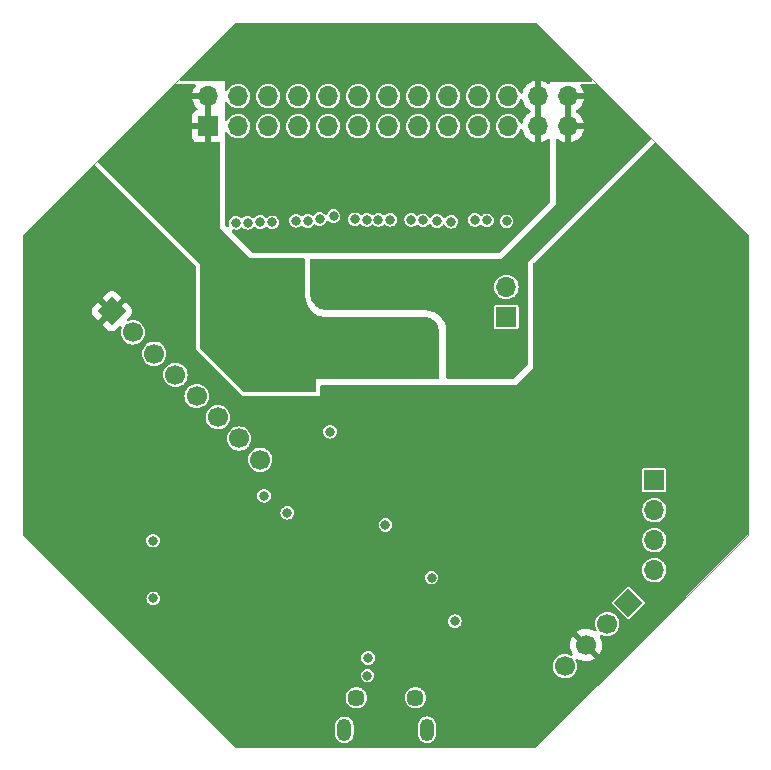
<source format=gbr>
%TF.GenerationSoftware,KiCad,Pcbnew,(6.0.10)*%
%TF.CreationDate,2023-01-18T13:51:00-05:00*%
%TF.ProjectId,cyton hat,6379746f-6e20-4686-9174-2e6b69636164,rev?*%
%TF.SameCoordinates,Original*%
%TF.FileFunction,Copper,L2,Inr*%
%TF.FilePolarity,Positive*%
%FSLAX46Y46*%
G04 Gerber Fmt 4.6, Leading zero omitted, Abs format (unit mm)*
G04 Created by KiCad (PCBNEW (6.0.10)) date 2023-01-18 13:51:00*
%MOMM*%
%LPD*%
G01*
G04 APERTURE LIST*
G04 Aperture macros list*
%AMHorizOval*
0 Thick line with rounded ends*
0 $1 width*
0 $2 $3 position (X,Y) of the first rounded end (center of the circle)*
0 $4 $5 position (X,Y) of the second rounded end (center of the circle)*
0 Add line between two ends*
20,1,$1,$2,$3,$4,$5,0*
0 Add two circle primitives to create the rounded ends*
1,1,$1,$2,$3*
1,1,$1,$4,$5*%
%AMRotRect*
0 Rectangle, with rotation*
0 The origin of the aperture is its center*
0 $1 length*
0 $2 width*
0 $3 Rotation angle, in degrees counterclockwise*
0 Add horizontal line*
21,1,$1,$2,0,0,$3*%
G04 Aperture macros list end*
%TA.AperFunction,Profile*%
%ADD10C,0.101600*%
%TD*%
%TA.AperFunction,ComponentPad*%
%ADD11RotRect,1.700000X1.700000X315.000000*%
%TD*%
%TA.AperFunction,ComponentPad*%
%ADD12HorizOval,1.700000X0.000000X0.000000X0.000000X0.000000X0*%
%TD*%
%TA.AperFunction,ComponentPad*%
%ADD13R,1.700000X1.700000*%
%TD*%
%TA.AperFunction,ComponentPad*%
%ADD14O,1.700000X1.700000*%
%TD*%
%TA.AperFunction,ComponentPad*%
%ADD15O,1.200000X1.900000*%
%TD*%
%TA.AperFunction,ComponentPad*%
%ADD16C,1.450000*%
%TD*%
%TA.AperFunction,ComponentPad*%
%ADD17RotRect,1.700000X1.700000X45.000000*%
%TD*%
%TA.AperFunction,ComponentPad*%
%ADD18HorizOval,1.700000X0.000000X0.000000X0.000000X0.000000X0*%
%TD*%
%TA.AperFunction,ViaPad*%
%ADD19C,0.800000*%
%TD*%
G04 APERTURE END LIST*
D10*
X154736800Y-100584000D02*
X160375600Y-100584000D01*
X160375600Y-100584000D02*
X160375600Y-115062000D01*
X160375600Y-115062000D02*
X154736800Y-115062000D01*
X154736800Y-115062000D02*
X154736800Y-100584000D01*
G36*
X154736800Y-100584000D02*
G01*
X160375600Y-100584000D01*
X160375600Y-115062000D01*
X154736800Y-115062000D01*
X154736800Y-100584000D01*
G37*
X170357800Y-94183200D02*
X170357800Y-119557800D01*
X152374600Y-137541000D01*
X126949200Y-137541000D01*
X108991400Y-119583200D01*
X108991400Y-94208600D01*
X126974600Y-76225400D01*
X152400000Y-76225400D01*
X170357800Y-94183200D01*
D11*
%TO.N,VCOM*%
%TO.C,J3*%
X160248600Y-125323600D03*
D12*
%TO.N,unconnected-(J3-Pad2)*%
X158452549Y-127119651D03*
%TO.N,VDD*%
X156656498Y-128915702D03*
%TO.N,GNDA*%
X154860446Y-130711754D03*
%TD*%
D13*
%TO.N,VSSA*%
%TO.C,J1*%
X124663200Y-84988400D03*
D14*
X124663200Y-82448400D03*
%TO.N,/SRB1*%
X127203200Y-84988400D03*
%TO.N,/SRB2*%
X127203200Y-82448400D03*
%TO.N,/1P*%
X129743200Y-84988400D03*
%TO.N,/1N*%
X129743200Y-82448400D03*
%TO.N,/2P*%
X132283200Y-84988400D03*
%TO.N,/2N*%
X132283200Y-82448400D03*
%TO.N,/3P*%
X134823200Y-84988400D03*
%TO.N,/3N*%
X134823200Y-82448400D03*
%TO.N,/4P*%
X137363200Y-84988400D03*
%TO.N,/4N*%
X137363200Y-82448400D03*
%TO.N,/5P*%
X139903200Y-84988400D03*
%TO.N,/5N*%
X139903200Y-82448400D03*
%TO.N,/6P*%
X142443200Y-84988400D03*
%TO.N,/6N*%
X142443200Y-82448400D03*
%TO.N,/7P*%
X144983200Y-84988400D03*
%TO.N,/7N*%
X144983200Y-82448400D03*
%TO.N,/8P*%
X147523200Y-84988400D03*
%TO.N,/8N*%
X147523200Y-82448400D03*
%TO.N,/BIAS*%
X150063200Y-84988400D03*
X150063200Y-82448400D03*
%TO.N,GNDA*%
X152603200Y-84988400D03*
X152603200Y-82448400D03*
%TO.N,VDDA*%
X155143200Y-84988400D03*
X155143200Y-82448400D03*
%TD*%
D13*
%TO.N,/RXD*%
%TO.C,J5*%
X162433000Y-114960400D03*
D14*
%TO.N,/TXD*%
X162433000Y-117500400D03*
%TO.N,unconnected-(J5-Pad3)*%
X162433000Y-120040400D03*
%TO.N,unconnected-(J5-Pad4)*%
X162433000Y-122580400D03*
%TD*%
D15*
%TO.N,unconnected-(CONN1-Pad6)*%
%TO.C,CONN1*%
X136200000Y-136080300D03*
X143200000Y-136080300D03*
D16*
X137200000Y-133380300D03*
X142200000Y-133380300D03*
%TD*%
D13*
%TO.N,GNDA*%
%TO.C,J4*%
X149910800Y-101142800D03*
D14*
%TO.N,/BIAS_INV*%
X149910800Y-98602800D03*
%TD*%
D17*
%TO.N,VDD*%
%TO.C,J2*%
X116500000Y-100650000D03*
D18*
%TO.N,GNDA*%
X118296051Y-102446051D03*
%TO.N,/_MISO*%
X120092102Y-104242102D03*
%TO.N,/SCLK*%
X121888154Y-106038154D03*
%TO.N,/RESET*%
X123684205Y-107834205D03*
%TO.N,/CLK*%
X125480256Y-109630256D03*
%TO.N,/MOSI*%
X127276307Y-111426307D03*
%TO.N,/CS2*%
X129072359Y-113222359D03*
%TD*%
D19*
%TO.N,/Daisy Functionality/_SRB1*%
X127003697Y-93167200D03*
%TO.N,/Daisy Functionality/_SRB2*%
X128003200Y-93167200D03*
%TO.N,/Daisy Functionality/IN1P*%
X129070100Y-93103700D03*
%TO.N,/Daisy Functionality/IN1N*%
X130086327Y-93130684D03*
%TO.N,/Daisy Functionality/IN2P*%
X132096905Y-92986254D03*
%TO.N,/Daisy Functionality/IN2N*%
X133096000Y-93014800D03*
%TO.N,/Daisy Functionality/IN3P*%
X134094731Y-92842500D03*
%TO.N,/Daisy Functionality/IN3N*%
X135275931Y-92594901D03*
%TO.N,/Daisy Functionality/IN4P*%
X137083800Y-92862400D03*
%TO.N,/Daisy Functionality/IN4N*%
X138081846Y-92916348D03*
%TO.N,/Daisy Functionality/IN5P*%
X139081343Y-92913148D03*
%TO.N,/Daisy Functionality/IN5N*%
X140080845Y-92913206D03*
%TO.N,/Daisy Functionality/IN6P*%
X141851353Y-92913928D03*
%TO.N,/Daisy Functionality/IN6N*%
X142849600Y-92964000D03*
%TO.N,/Daisy Functionality/IN7P*%
X144030600Y-93015374D03*
%TO.N,/Daisy Functionality/IN7N*%
X145237200Y-93065600D03*
%TO.N,/Daisy Functionality/IN8P*%
X147243800Y-92913200D03*
%TO.N,/Daisy Functionality/IN8N*%
X148259800Y-92964000D03*
%TO.N,/Daisy Functionality/BIAS_DRV*%
X149923200Y-93027800D03*
%TO.N,VSSA*%
X134950200Y-101803200D03*
X134950200Y-105486200D03*
X141706600Y-102819200D03*
%TO.N,Net-(C16-Pad1)*%
X138201400Y-130006100D03*
X138150600Y-131495800D03*
%TO.N,VDD*%
X135534400Y-109601000D03*
X142392400Y-111785400D03*
X121589800Y-120192800D03*
X137388600Y-126898400D03*
X121589800Y-124993400D03*
%TO.N,VDDA*%
X141198600Y-99136200D03*
X134747000Y-99136200D03*
X145821400Y-103733600D03*
%TO.N,Net-(D10-Pad1)*%
X119989600Y-120065800D03*
X143573500Y-123202700D03*
%TO.N,Net-(D11-Pad1)*%
X145542000Y-126898400D03*
X120015000Y-124968000D03*
%TO.N,/_MISO*%
X131368800Y-117703600D03*
%TO.N,/SCLK*%
X129387600Y-116281200D03*
%TO.N,/RESET*%
X134975600Y-110845600D03*
%TO.N,/TXD*%
X139674600Y-118745000D03*
%TD*%
%TA.AperFunction,Conductor*%
%TO.N,GNDA*%
G36*
X152415517Y-76246402D02*
G01*
X152436491Y-76263305D01*
X157161891Y-80988705D01*
X157195917Y-81051017D01*
X157190852Y-81121832D01*
X157148305Y-81178668D01*
X157081785Y-81203479D01*
X157072796Y-81203800D01*
X153644600Y-81203800D01*
X153644600Y-81280263D01*
X153624598Y-81348384D01*
X153570942Y-81394877D01*
X153500668Y-81404981D01*
X153440508Y-81379145D01*
X153361340Y-81316622D01*
X153352752Y-81310917D01*
X153166317Y-81207999D01*
X153156905Y-81203769D01*
X152956159Y-81132680D01*
X152946188Y-81130046D01*
X152875037Y-81117372D01*
X152861740Y-81118832D01*
X152857200Y-81133389D01*
X152857200Y-86306917D01*
X152861264Y-86320759D01*
X152874678Y-86322793D01*
X152881384Y-86321934D01*
X152891462Y-86319792D01*
X153095455Y-86258591D01*
X153105042Y-86254833D01*
X153296295Y-86161139D01*
X153305145Y-86155864D01*
X153445432Y-86055798D01*
X153512505Y-86032525D01*
X153581514Y-86049208D01*
X153630548Y-86100552D01*
X153644600Y-86158377D01*
X153644600Y-91286210D01*
X153624598Y-91354331D01*
X153607695Y-91375305D01*
X149261905Y-95721095D01*
X149199593Y-95755121D01*
X149172810Y-95758000D01*
X128576190Y-95758000D01*
X128508069Y-95737998D01*
X128487095Y-95721095D01*
X126692716Y-93926716D01*
X126658690Y-93864404D01*
X126663755Y-93793589D01*
X126706302Y-93736753D01*
X126772822Y-93711942D01*
X126830029Y-93721212D01*
X126845100Y-93727455D01*
X126845103Y-93727456D01*
X126852730Y-93730615D01*
X127003697Y-93750490D01*
X127011885Y-93749412D01*
X127146476Y-93731693D01*
X127154664Y-93730615D01*
X127295342Y-93672344D01*
X127405189Y-93588055D01*
X127409593Y-93584676D01*
X127409595Y-93584674D01*
X127416145Y-93579648D01*
X127417086Y-93578421D01*
X127476672Y-93545889D01*
X127547487Y-93550957D01*
X127589414Y-93577904D01*
X127590752Y-93579648D01*
X127711555Y-93672344D01*
X127852233Y-93730615D01*
X128003200Y-93750490D01*
X128011388Y-93749412D01*
X128145979Y-93731693D01*
X128154167Y-93730615D01*
X128294845Y-93672344D01*
X128415648Y-93579648D01*
X128461490Y-93519906D01*
X128518825Y-93478041D01*
X128589696Y-93473819D01*
X128650545Y-93507517D01*
X128652626Y-93509598D01*
X128657652Y-93516148D01*
X128778455Y-93608844D01*
X128919133Y-93667115D01*
X128927321Y-93668193D01*
X128982854Y-93675504D01*
X129070100Y-93686990D01*
X129078288Y-93685912D01*
X129212879Y-93668193D01*
X129221067Y-93667115D01*
X129361745Y-93608844D01*
X129482548Y-93516148D01*
X129483126Y-93516901D01*
X129539149Y-93486309D01*
X129609964Y-93491374D01*
X129665893Y-93532724D01*
X129673879Y-93543132D01*
X129794682Y-93635828D01*
X129935360Y-93694099D01*
X130086327Y-93713974D01*
X130094515Y-93712896D01*
X130101762Y-93711942D01*
X130237294Y-93694099D01*
X130377972Y-93635828D01*
X130498775Y-93543132D01*
X130591471Y-93422329D01*
X130649742Y-93281651D01*
X130653258Y-93254948D01*
X130668539Y-93138872D01*
X130669617Y-93130684D01*
X130653094Y-93005179D01*
X130650820Y-92987905D01*
X130650603Y-92986254D01*
X131513615Y-92986254D01*
X131514693Y-92994442D01*
X131524878Y-93071802D01*
X131533490Y-93137221D01*
X131591761Y-93277899D01*
X131684457Y-93398702D01*
X131805260Y-93491398D01*
X131945938Y-93549669D01*
X132096905Y-93569544D01*
X132105093Y-93568466D01*
X132239684Y-93550747D01*
X132247872Y-93549669D01*
X132388550Y-93491398D01*
X132406479Y-93477641D01*
X132449522Y-93444612D01*
X132505247Y-93401853D01*
X132571466Y-93376252D01*
X132641015Y-93390516D01*
X132671359Y-93416183D01*
X132672685Y-93414857D01*
X132678526Y-93420698D01*
X132683552Y-93427248D01*
X132804355Y-93519944D01*
X132945033Y-93578215D01*
X132953221Y-93579293D01*
X132957953Y-93579916D01*
X133096000Y-93598090D01*
X133104188Y-93597012D01*
X133238779Y-93579293D01*
X133246967Y-93578215D01*
X133387645Y-93519944D01*
X133508448Y-93427248D01*
X133552454Y-93369899D01*
X133579381Y-93334807D01*
X133636719Y-93292940D01*
X133707590Y-93288718D01*
X133756044Y-93311547D01*
X133803086Y-93347644D01*
X133906588Y-93390516D01*
X133933958Y-93401853D01*
X133943764Y-93405915D01*
X134094731Y-93425790D01*
X134102919Y-93424712D01*
X134127682Y-93421452D01*
X134245698Y-93405915D01*
X134255505Y-93401853D01*
X134282874Y-93390516D01*
X134386376Y-93347644D01*
X134507179Y-93254948D01*
X134599875Y-93134145D01*
X134642881Y-93030320D01*
X134687430Y-92975040D01*
X134754793Y-92952619D01*
X134823585Y-92970178D01*
X134852093Y-92995481D01*
X134852616Y-92994958D01*
X134858457Y-93000799D01*
X134863483Y-93007349D01*
X134984286Y-93100045D01*
X135124964Y-93158316D01*
X135133152Y-93159394D01*
X135185920Y-93166341D01*
X135275931Y-93178191D01*
X135284119Y-93177113D01*
X135418710Y-93159394D01*
X135426898Y-93158316D01*
X135567576Y-93100045D01*
X135688379Y-93007349D01*
X135781075Y-92886546D01*
X135791077Y-92862400D01*
X136500510Y-92862400D01*
X136520385Y-93013367D01*
X136578656Y-93154045D01*
X136671352Y-93274848D01*
X136792155Y-93367544D01*
X136905997Y-93414699D01*
X136920480Y-93420698D01*
X136932833Y-93425815D01*
X137083800Y-93445690D01*
X137091988Y-93444612D01*
X137226579Y-93426893D01*
X137234767Y-93425815D01*
X137247121Y-93420698D01*
X137261603Y-93414699D01*
X137375445Y-93367544D01*
X137479214Y-93287918D01*
X137545433Y-93262319D01*
X137614982Y-93276584D01*
X137655877Y-93311176D01*
X137669398Y-93328796D01*
X137790201Y-93421492D01*
X137847616Y-93445274D01*
X137923154Y-93476563D01*
X137930879Y-93479763D01*
X137939067Y-93480841D01*
X138006363Y-93489701D01*
X138081846Y-93499638D01*
X138090034Y-93498560D01*
X138105758Y-93496490D01*
X138157329Y-93489701D01*
X138224625Y-93480841D01*
X138232813Y-93479763D01*
X138240539Y-93476563D01*
X138316076Y-93445274D01*
X138373491Y-93421492D01*
X138494294Y-93328796D01*
X138496190Y-93326325D01*
X138556411Y-93293441D01*
X138627226Y-93298506D01*
X138668422Y-93324980D01*
X138668895Y-93325596D01*
X138789698Y-93418292D01*
X138930376Y-93476563D01*
X138938564Y-93477641D01*
X138962871Y-93480841D01*
X139081343Y-93496438D01*
X139089531Y-93495360D01*
X139224122Y-93477641D01*
X139232310Y-93476563D01*
X139372988Y-93418292D01*
X139493791Y-93325596D01*
X139494712Y-93324396D01*
X139554282Y-93291867D01*
X139625097Y-93296932D01*
X139667044Y-93323890D01*
X139668397Y-93325654D01*
X139789200Y-93418350D01*
X139929878Y-93476621D01*
X140080845Y-93496496D01*
X140089033Y-93495418D01*
X140095566Y-93494558D01*
X140231812Y-93476621D01*
X140372490Y-93418350D01*
X140493293Y-93325654D01*
X140585989Y-93204851D01*
X140644260Y-93064173D01*
X140664040Y-92913928D01*
X141268063Y-92913928D01*
X141287938Y-93064895D01*
X141346209Y-93205573D01*
X141438905Y-93326376D01*
X141559708Y-93419072D01*
X141655728Y-93458845D01*
X141691000Y-93473455D01*
X141700386Y-93477343D01*
X141708574Y-93478421D01*
X141775869Y-93487280D01*
X141851353Y-93497218D01*
X141859541Y-93496140D01*
X141994132Y-93478421D01*
X142002320Y-93477343D01*
X142011707Y-93473455D01*
X142046978Y-93458845D01*
X142142998Y-93419072D01*
X142150569Y-93413263D01*
X142216704Y-93362515D01*
X142248765Y-93337914D01*
X142314984Y-93312313D01*
X142384533Y-93326577D01*
X142425428Y-93361170D01*
X142437152Y-93376448D01*
X142557955Y-93469144D01*
X142698633Y-93527415D01*
X142849600Y-93547290D01*
X142857788Y-93546212D01*
X142860242Y-93545889D01*
X143000567Y-93527415D01*
X143141245Y-93469144D01*
X143262048Y-93376448D01*
X143321150Y-93299425D01*
X143378487Y-93257559D01*
X143449358Y-93253338D01*
X143511261Y-93288103D01*
X143525286Y-93306607D01*
X143525456Y-93307019D01*
X143618152Y-93427822D01*
X143738955Y-93520518D01*
X143879633Y-93578789D01*
X143887821Y-93579867D01*
X143950016Y-93588055D01*
X144030600Y-93598664D01*
X144038788Y-93597586D01*
X144173379Y-93579867D01*
X144181567Y-93578789D01*
X144322245Y-93520518D01*
X144443048Y-93427822D01*
X144517136Y-93331269D01*
X144574472Y-93289403D01*
X144645343Y-93285181D01*
X144707246Y-93319945D01*
X144726216Y-93344973D01*
X144728894Y-93349612D01*
X144732056Y-93357245D01*
X144737084Y-93363798D01*
X144737086Y-93363801D01*
X144790721Y-93433698D01*
X144824752Y-93478048D01*
X144945555Y-93570744D01*
X145086233Y-93629015D01*
X145237200Y-93648890D01*
X145245388Y-93647812D01*
X145379979Y-93630093D01*
X145388167Y-93629015D01*
X145528845Y-93570744D01*
X145649648Y-93478048D01*
X145742344Y-93357245D01*
X145800615Y-93216567D01*
X145820490Y-93065600D01*
X145800615Y-92914633D01*
X145800021Y-92913200D01*
X146660510Y-92913200D01*
X146680385Y-93064167D01*
X146683545Y-93071796D01*
X146683847Y-93072524D01*
X146738656Y-93204845D01*
X146831352Y-93325648D01*
X146952155Y-93418344D01*
X147066900Y-93465873D01*
X147085079Y-93473403D01*
X147092833Y-93476615D01*
X147101021Y-93477693D01*
X147124933Y-93480841D01*
X147243800Y-93496490D01*
X147251988Y-93495412D01*
X147386579Y-93477693D01*
X147394767Y-93476615D01*
X147402522Y-93473403D01*
X147420700Y-93465873D01*
X147535445Y-93418344D01*
X147625014Y-93349615D01*
X147652034Y-93328882D01*
X147718254Y-93303281D01*
X147787803Y-93317546D01*
X147828699Y-93352140D01*
X147847352Y-93376448D01*
X147968155Y-93469144D01*
X148108833Y-93527415D01*
X148259800Y-93547290D01*
X148267988Y-93546212D01*
X148270442Y-93545889D01*
X148410767Y-93527415D01*
X148551445Y-93469144D01*
X148672248Y-93376448D01*
X148764944Y-93255645D01*
X148823215Y-93114967D01*
X148824764Y-93103205D01*
X148834691Y-93027800D01*
X149339910Y-93027800D01*
X149340988Y-93035988D01*
X149357235Y-93159394D01*
X149359785Y-93178767D01*
X149418056Y-93319445D01*
X149510752Y-93440248D01*
X149631555Y-93532944D01*
X149734605Y-93575629D01*
X149756447Y-93584676D01*
X149772233Y-93591215D01*
X149923200Y-93611090D01*
X149931388Y-93610012D01*
X150065979Y-93592293D01*
X150074167Y-93591215D01*
X150089954Y-93584676D01*
X150111795Y-93575629D01*
X150214845Y-93532944D01*
X150335648Y-93440248D01*
X150428344Y-93319445D01*
X150486615Y-93178767D01*
X150489166Y-93159394D01*
X150505412Y-93035988D01*
X150506490Y-93027800D01*
X150486615Y-92876833D01*
X150428344Y-92736155D01*
X150335648Y-92615352D01*
X150214845Y-92522656D01*
X150074167Y-92464385D01*
X149923200Y-92444510D01*
X149772233Y-92464385D01*
X149631555Y-92522656D01*
X149510752Y-92615352D01*
X149418056Y-92736155D01*
X149359785Y-92876833D01*
X149339910Y-93027800D01*
X148834691Y-93027800D01*
X148842012Y-92972188D01*
X148843090Y-92964000D01*
X148823215Y-92813033D01*
X148764944Y-92672355D01*
X148672248Y-92551552D01*
X148551445Y-92458856D01*
X148410767Y-92400585D01*
X148259800Y-92380710D01*
X148108833Y-92400585D01*
X147968155Y-92458856D01*
X147913548Y-92500758D01*
X147851566Y-92548318D01*
X147785346Y-92573919D01*
X147715797Y-92559654D01*
X147674901Y-92525060D01*
X147656248Y-92500752D01*
X147535445Y-92408056D01*
X147405175Y-92354096D01*
X147402396Y-92352945D01*
X147394767Y-92349785D01*
X147243800Y-92329910D01*
X147092833Y-92349785D01*
X147085204Y-92352945D01*
X147082425Y-92354096D01*
X146952155Y-92408056D01*
X146831352Y-92500752D01*
X146738656Y-92621555D01*
X146680385Y-92762233D01*
X146660510Y-92913200D01*
X145800021Y-92913200D01*
X145742344Y-92773955D01*
X145649648Y-92653152D01*
X145528845Y-92560456D01*
X145400535Y-92507308D01*
X145395796Y-92505345D01*
X145388167Y-92502185D01*
X145237200Y-92482310D01*
X145086233Y-92502185D01*
X145078604Y-92505345D01*
X145073865Y-92507308D01*
X144945555Y-92560456D01*
X144824752Y-92653152D01*
X144755207Y-92743785D01*
X144750665Y-92749704D01*
X144693328Y-92791571D01*
X144622457Y-92795793D01*
X144560554Y-92761029D01*
X144541584Y-92736001D01*
X144538906Y-92731362D01*
X144535744Y-92723729D01*
X144530716Y-92717176D01*
X144530714Y-92717173D01*
X144448074Y-92609476D01*
X144443048Y-92602926D01*
X144322245Y-92510230D01*
X144192535Y-92456502D01*
X144189196Y-92455119D01*
X144181567Y-92451959D01*
X144030600Y-92432084D01*
X143879633Y-92451959D01*
X143872004Y-92455119D01*
X143868665Y-92456502D01*
X143738955Y-92510230D01*
X143618152Y-92602926D01*
X143568921Y-92667085D01*
X143559051Y-92679948D01*
X143501713Y-92721815D01*
X143430842Y-92726036D01*
X143368939Y-92691271D01*
X143354914Y-92672767D01*
X143354744Y-92672355D01*
X143262048Y-92551552D01*
X143141245Y-92458856D01*
X143000567Y-92400585D01*
X142849600Y-92380710D01*
X142698633Y-92400585D01*
X142557955Y-92458856D01*
X142551404Y-92463883D01*
X142551402Y-92463884D01*
X142547051Y-92467223D01*
X142453241Y-92539207D01*
X142452189Y-92540014D01*
X142385969Y-92565615D01*
X142316420Y-92551351D01*
X142275525Y-92516758D01*
X142263801Y-92501480D01*
X142142998Y-92408784D01*
X142002320Y-92350513D01*
X141851353Y-92330638D01*
X141700386Y-92350513D01*
X141559708Y-92408784D01*
X141438905Y-92501480D01*
X141346209Y-92622283D01*
X141287938Y-92762961D01*
X141286860Y-92771149D01*
X141284574Y-92788511D01*
X141268063Y-92913928D01*
X140664040Y-92913928D01*
X140664135Y-92913206D01*
X140653508Y-92832486D01*
X140645338Y-92770427D01*
X140644260Y-92762239D01*
X140641098Y-92754604D01*
X140628746Y-92724786D01*
X140585989Y-92621561D01*
X140493293Y-92500758D01*
X140372490Y-92408062D01*
X140231812Y-92349791D01*
X140080845Y-92329916D01*
X139929878Y-92349791D01*
X139789200Y-92408062D01*
X139668397Y-92500758D01*
X139667476Y-92501958D01*
X139607906Y-92534487D01*
X139537091Y-92529422D01*
X139495144Y-92502464D01*
X139493791Y-92500700D01*
X139372988Y-92408004D01*
X139240079Y-92352951D01*
X139239939Y-92352893D01*
X139232310Y-92349733D01*
X139081343Y-92329858D01*
X138930376Y-92349733D01*
X138922747Y-92352893D01*
X138922607Y-92352951D01*
X138789698Y-92408004D01*
X138668895Y-92500700D01*
X138666999Y-92503171D01*
X138606778Y-92536055D01*
X138535963Y-92530990D01*
X138494767Y-92504516D01*
X138494294Y-92503900D01*
X138373491Y-92411204D01*
X138232813Y-92352933D01*
X138208902Y-92349785D01*
X138090034Y-92334136D01*
X138081846Y-92333058D01*
X138073658Y-92334136D01*
X137954791Y-92349785D01*
X137930879Y-92352933D01*
X137790201Y-92411204D01*
X137686432Y-92490830D01*
X137620213Y-92516429D01*
X137550664Y-92502164D01*
X137509769Y-92467572D01*
X137496248Y-92449952D01*
X137375445Y-92357256D01*
X137234767Y-92298985D01*
X137217434Y-92296703D01*
X137091988Y-92280188D01*
X137083800Y-92279110D01*
X137075612Y-92280188D01*
X136950167Y-92296703D01*
X136932833Y-92298985D01*
X136792155Y-92357256D01*
X136671352Y-92449952D01*
X136578656Y-92570755D01*
X136520385Y-92711433D01*
X136500510Y-92862400D01*
X135791077Y-92862400D01*
X135839346Y-92745868D01*
X135842122Y-92724786D01*
X135858143Y-92603089D01*
X135859221Y-92594901D01*
X135841972Y-92463884D01*
X135840424Y-92452122D01*
X135839346Y-92443934D01*
X135781075Y-92303256D01*
X135688379Y-92182453D01*
X135567576Y-92089757D01*
X135426898Y-92031486D01*
X135275931Y-92011611D01*
X135124964Y-92031486D01*
X134984286Y-92089757D01*
X134863483Y-92182453D01*
X134770787Y-92303256D01*
X134738704Y-92380710D01*
X134727781Y-92407081D01*
X134683232Y-92462361D01*
X134615869Y-92484782D01*
X134547077Y-92467223D01*
X134518569Y-92441920D01*
X134518046Y-92442443D01*
X134512205Y-92436602D01*
X134507179Y-92430052D01*
X134386376Y-92337356D01*
X134245698Y-92279085D01*
X134094731Y-92259210D01*
X133943764Y-92279085D01*
X133803086Y-92337356D01*
X133682283Y-92430052D01*
X133677257Y-92436602D01*
X133611350Y-92522493D01*
X133554012Y-92564360D01*
X133483141Y-92568582D01*
X133434687Y-92545753D01*
X133387645Y-92509656D01*
X133265004Y-92458856D01*
X133254596Y-92454545D01*
X133246967Y-92451385D01*
X133096000Y-92431510D01*
X132945033Y-92451385D01*
X132937404Y-92454545D01*
X132926996Y-92458856D01*
X132804355Y-92509656D01*
X132797805Y-92514682D01*
X132797802Y-92514684D01*
X132764792Y-92540014D01*
X132687658Y-92599201D01*
X132621439Y-92624802D01*
X132551890Y-92610538D01*
X132521546Y-92584871D01*
X132520220Y-92586197D01*
X132514379Y-92580356D01*
X132509353Y-92573806D01*
X132388550Y-92481110D01*
X132247872Y-92422839D01*
X132096905Y-92402964D01*
X131945938Y-92422839D01*
X131805260Y-92481110D01*
X131684457Y-92573806D01*
X131591761Y-92694609D01*
X131533490Y-92835287D01*
X131513615Y-92986254D01*
X130650603Y-92986254D01*
X130649742Y-92979717D01*
X130591471Y-92839039D01*
X130498775Y-92718236D01*
X130377972Y-92625540D01*
X130237294Y-92567269D01*
X130086327Y-92547394D01*
X129935360Y-92567269D01*
X129794682Y-92625540D01*
X129673879Y-92718236D01*
X129673301Y-92717483D01*
X129617278Y-92748075D01*
X129546463Y-92743010D01*
X129490534Y-92701660D01*
X129482548Y-92691252D01*
X129361745Y-92598556D01*
X129221067Y-92540285D01*
X129177027Y-92534487D01*
X129078288Y-92521488D01*
X129070100Y-92520410D01*
X129061912Y-92521488D01*
X128963174Y-92534487D01*
X128919133Y-92540285D01*
X128778455Y-92598556D01*
X128657652Y-92691252D01*
X128611810Y-92750994D01*
X128554475Y-92792859D01*
X128483604Y-92797081D01*
X128422755Y-92763383D01*
X128420674Y-92761302D01*
X128415648Y-92754752D01*
X128294845Y-92662056D01*
X128154167Y-92603785D01*
X128114449Y-92598556D01*
X128024491Y-92586713D01*
X128003200Y-92583910D01*
X127981909Y-92586713D01*
X127891952Y-92598556D01*
X127852233Y-92603785D01*
X127711555Y-92662056D01*
X127647206Y-92711433D01*
X127597304Y-92749724D01*
X127597302Y-92749726D01*
X127590752Y-92754752D01*
X127589811Y-92755979D01*
X127530225Y-92788511D01*
X127459410Y-92783443D01*
X127417483Y-92756496D01*
X127416145Y-92754752D01*
X127295342Y-92662056D01*
X127154664Y-92603785D01*
X127114946Y-92598556D01*
X127024988Y-92586713D01*
X127003697Y-92583910D01*
X126982406Y-92586713D01*
X126892449Y-92598556D01*
X126852730Y-92603785D01*
X126712052Y-92662056D01*
X126591249Y-92754752D01*
X126498553Y-92875555D01*
X126440282Y-93016233D01*
X126420407Y-93167200D01*
X126440282Y-93318167D01*
X126443441Y-93325794D01*
X126443442Y-93325797D01*
X126449685Y-93340868D01*
X126457274Y-93411458D01*
X126425495Y-93474945D01*
X126364436Y-93511172D01*
X126293485Y-93508638D01*
X126244181Y-93478181D01*
X126097105Y-93331105D01*
X126063079Y-93268793D01*
X126060200Y-93242010D01*
X126060200Y-85534908D01*
X126080202Y-85466787D01*
X126133858Y-85420294D01*
X126204132Y-85410190D01*
X126268712Y-85439684D01*
X126298266Y-85477314D01*
X126331844Y-85542651D01*
X126331847Y-85542655D01*
X126334663Y-85548134D01*
X126338489Y-85552961D01*
X126456094Y-85701344D01*
X126456099Y-85701349D01*
X126459923Y-85706174D01*
X126464616Y-85710168D01*
X126464617Y-85710169D01*
X126566760Y-85797099D01*
X126613495Y-85836874D01*
X126618873Y-85839880D01*
X126618875Y-85839881D01*
X126701512Y-85886065D01*
X126789529Y-85935256D01*
X126981319Y-85997572D01*
X127181561Y-86021449D01*
X127187696Y-86020977D01*
X127187698Y-86020977D01*
X127376485Y-86006451D01*
X127376490Y-86006450D01*
X127382626Y-86005978D01*
X127388556Y-86004322D01*
X127388558Y-86004322D01*
X127522421Y-85966947D01*
X127576858Y-85951748D01*
X127582347Y-85948975D01*
X127582353Y-85948973D01*
X127751361Y-85863600D01*
X127756857Y-85860824D01*
X127763082Y-85855961D01*
X127813402Y-85816646D01*
X127915767Y-85736669D01*
X127919793Y-85732005D01*
X127919796Y-85732002D01*
X128043507Y-85588682D01*
X128043508Y-85588680D01*
X128047536Y-85584014D01*
X128108150Y-85477314D01*
X128144100Y-85414032D01*
X128144102Y-85414028D01*
X128147145Y-85408671D01*
X128201648Y-85244828D01*
X128208853Y-85223169D01*
X128208854Y-85223166D01*
X128210798Y-85217321D01*
X128236073Y-85017251D01*
X128236476Y-84988400D01*
X128235061Y-84973973D01*
X128710025Y-84973973D01*
X128726899Y-85174926D01*
X128742761Y-85230243D01*
X128767129Y-85315223D01*
X128782484Y-85368774D01*
X128874663Y-85548134D01*
X128878489Y-85552961D01*
X128996094Y-85701344D01*
X128996099Y-85701349D01*
X128999923Y-85706174D01*
X129004616Y-85710168D01*
X129004617Y-85710169D01*
X129106760Y-85797099D01*
X129153495Y-85836874D01*
X129158873Y-85839880D01*
X129158875Y-85839881D01*
X129241512Y-85886065D01*
X129329529Y-85935256D01*
X129521319Y-85997572D01*
X129721561Y-86021449D01*
X129727696Y-86020977D01*
X129727698Y-86020977D01*
X129916485Y-86006451D01*
X129916490Y-86006450D01*
X129922626Y-86005978D01*
X129928556Y-86004322D01*
X129928558Y-86004322D01*
X130062421Y-85966947D01*
X130116858Y-85951748D01*
X130122347Y-85948975D01*
X130122353Y-85948973D01*
X130291361Y-85863600D01*
X130296857Y-85860824D01*
X130303082Y-85855961D01*
X130353402Y-85816646D01*
X130455767Y-85736669D01*
X130459793Y-85732005D01*
X130459796Y-85732002D01*
X130583507Y-85588682D01*
X130583508Y-85588680D01*
X130587536Y-85584014D01*
X130648150Y-85477314D01*
X130684100Y-85414032D01*
X130684102Y-85414028D01*
X130687145Y-85408671D01*
X130741648Y-85244828D01*
X130748853Y-85223169D01*
X130748854Y-85223166D01*
X130750798Y-85217321D01*
X130776073Y-85017251D01*
X130776476Y-84988400D01*
X130775061Y-84973973D01*
X131250025Y-84973973D01*
X131266899Y-85174926D01*
X131282761Y-85230243D01*
X131307129Y-85315223D01*
X131322484Y-85368774D01*
X131414663Y-85548134D01*
X131418489Y-85552961D01*
X131536094Y-85701344D01*
X131536099Y-85701349D01*
X131539923Y-85706174D01*
X131544616Y-85710168D01*
X131544617Y-85710169D01*
X131646760Y-85797099D01*
X131693495Y-85836874D01*
X131698873Y-85839880D01*
X131698875Y-85839881D01*
X131781512Y-85886065D01*
X131869529Y-85935256D01*
X132061319Y-85997572D01*
X132261561Y-86021449D01*
X132267696Y-86020977D01*
X132267698Y-86020977D01*
X132456485Y-86006451D01*
X132456490Y-86006450D01*
X132462626Y-86005978D01*
X132468556Y-86004322D01*
X132468558Y-86004322D01*
X132602421Y-85966947D01*
X132656858Y-85951748D01*
X132662347Y-85948975D01*
X132662353Y-85948973D01*
X132831361Y-85863600D01*
X132836857Y-85860824D01*
X132843082Y-85855961D01*
X132893402Y-85816646D01*
X132995767Y-85736669D01*
X132999793Y-85732005D01*
X132999796Y-85732002D01*
X133123507Y-85588682D01*
X133123508Y-85588680D01*
X133127536Y-85584014D01*
X133188150Y-85477314D01*
X133224100Y-85414032D01*
X133224102Y-85414028D01*
X133227145Y-85408671D01*
X133281648Y-85244828D01*
X133288853Y-85223169D01*
X133288854Y-85223166D01*
X133290798Y-85217321D01*
X133316073Y-85017251D01*
X133316476Y-84988400D01*
X133315061Y-84973973D01*
X133790025Y-84973973D01*
X133806899Y-85174926D01*
X133822761Y-85230243D01*
X133847129Y-85315223D01*
X133862484Y-85368774D01*
X133954663Y-85548134D01*
X133958489Y-85552961D01*
X134076094Y-85701344D01*
X134076099Y-85701349D01*
X134079923Y-85706174D01*
X134084616Y-85710168D01*
X134084617Y-85710169D01*
X134186760Y-85797099D01*
X134233495Y-85836874D01*
X134238873Y-85839880D01*
X134238875Y-85839881D01*
X134321512Y-85886065D01*
X134409529Y-85935256D01*
X134601319Y-85997572D01*
X134801561Y-86021449D01*
X134807696Y-86020977D01*
X134807698Y-86020977D01*
X134996485Y-86006451D01*
X134996490Y-86006450D01*
X135002626Y-86005978D01*
X135008556Y-86004322D01*
X135008558Y-86004322D01*
X135142421Y-85966947D01*
X135196858Y-85951748D01*
X135202347Y-85948975D01*
X135202353Y-85948973D01*
X135371361Y-85863600D01*
X135376857Y-85860824D01*
X135383082Y-85855961D01*
X135433402Y-85816646D01*
X135535767Y-85736669D01*
X135539793Y-85732005D01*
X135539796Y-85732002D01*
X135663507Y-85588682D01*
X135663508Y-85588680D01*
X135667536Y-85584014D01*
X135728150Y-85477314D01*
X135764100Y-85414032D01*
X135764102Y-85414028D01*
X135767145Y-85408671D01*
X135821648Y-85244828D01*
X135828853Y-85223169D01*
X135828854Y-85223166D01*
X135830798Y-85217321D01*
X135856073Y-85017251D01*
X135856476Y-84988400D01*
X135855061Y-84973973D01*
X136330025Y-84973973D01*
X136346899Y-85174926D01*
X136362761Y-85230243D01*
X136387129Y-85315223D01*
X136402484Y-85368774D01*
X136494663Y-85548134D01*
X136498489Y-85552961D01*
X136616094Y-85701344D01*
X136616099Y-85701349D01*
X136619923Y-85706174D01*
X136624616Y-85710168D01*
X136624617Y-85710169D01*
X136726760Y-85797099D01*
X136773495Y-85836874D01*
X136778873Y-85839880D01*
X136778875Y-85839881D01*
X136861512Y-85886065D01*
X136949529Y-85935256D01*
X137141319Y-85997572D01*
X137341561Y-86021449D01*
X137347696Y-86020977D01*
X137347698Y-86020977D01*
X137536485Y-86006451D01*
X137536490Y-86006450D01*
X137542626Y-86005978D01*
X137548556Y-86004322D01*
X137548558Y-86004322D01*
X137682421Y-85966947D01*
X137736858Y-85951748D01*
X137742347Y-85948975D01*
X137742353Y-85948973D01*
X137911361Y-85863600D01*
X137916857Y-85860824D01*
X137923082Y-85855961D01*
X137973402Y-85816646D01*
X138075767Y-85736669D01*
X138079793Y-85732005D01*
X138079796Y-85732002D01*
X138203507Y-85588682D01*
X138203508Y-85588680D01*
X138207536Y-85584014D01*
X138268150Y-85477314D01*
X138304100Y-85414032D01*
X138304102Y-85414028D01*
X138307145Y-85408671D01*
X138361648Y-85244828D01*
X138368853Y-85223169D01*
X138368854Y-85223166D01*
X138370798Y-85217321D01*
X138396073Y-85017251D01*
X138396476Y-84988400D01*
X138395061Y-84973973D01*
X138870025Y-84973973D01*
X138886899Y-85174926D01*
X138902761Y-85230243D01*
X138927129Y-85315223D01*
X138942484Y-85368774D01*
X139034663Y-85548134D01*
X139038489Y-85552961D01*
X139156094Y-85701344D01*
X139156099Y-85701349D01*
X139159923Y-85706174D01*
X139164616Y-85710168D01*
X139164617Y-85710169D01*
X139266760Y-85797099D01*
X139313495Y-85836874D01*
X139318873Y-85839880D01*
X139318875Y-85839881D01*
X139401512Y-85886065D01*
X139489529Y-85935256D01*
X139681319Y-85997572D01*
X139881561Y-86021449D01*
X139887696Y-86020977D01*
X139887698Y-86020977D01*
X140076485Y-86006451D01*
X140076490Y-86006450D01*
X140082626Y-86005978D01*
X140088556Y-86004322D01*
X140088558Y-86004322D01*
X140222421Y-85966947D01*
X140276858Y-85951748D01*
X140282347Y-85948975D01*
X140282353Y-85948973D01*
X140451361Y-85863600D01*
X140456857Y-85860824D01*
X140463082Y-85855961D01*
X140513402Y-85816646D01*
X140615767Y-85736669D01*
X140619793Y-85732005D01*
X140619796Y-85732002D01*
X140743507Y-85588682D01*
X140743508Y-85588680D01*
X140747536Y-85584014D01*
X140808150Y-85477314D01*
X140844100Y-85414032D01*
X140844102Y-85414028D01*
X140847145Y-85408671D01*
X140901648Y-85244828D01*
X140908853Y-85223169D01*
X140908854Y-85223166D01*
X140910798Y-85217321D01*
X140936073Y-85017251D01*
X140936476Y-84988400D01*
X140935061Y-84973973D01*
X141410025Y-84973973D01*
X141426899Y-85174926D01*
X141442761Y-85230243D01*
X141467129Y-85315223D01*
X141482484Y-85368774D01*
X141574663Y-85548134D01*
X141578489Y-85552961D01*
X141696094Y-85701344D01*
X141696099Y-85701349D01*
X141699923Y-85706174D01*
X141704616Y-85710168D01*
X141704617Y-85710169D01*
X141806760Y-85797099D01*
X141853495Y-85836874D01*
X141858873Y-85839880D01*
X141858875Y-85839881D01*
X141941512Y-85886065D01*
X142029529Y-85935256D01*
X142221319Y-85997572D01*
X142421561Y-86021449D01*
X142427696Y-86020977D01*
X142427698Y-86020977D01*
X142616485Y-86006451D01*
X142616490Y-86006450D01*
X142622626Y-86005978D01*
X142628556Y-86004322D01*
X142628558Y-86004322D01*
X142762421Y-85966947D01*
X142816858Y-85951748D01*
X142822347Y-85948975D01*
X142822353Y-85948973D01*
X142991361Y-85863600D01*
X142996857Y-85860824D01*
X143003082Y-85855961D01*
X143053402Y-85816646D01*
X143155767Y-85736669D01*
X143159793Y-85732005D01*
X143159796Y-85732002D01*
X143283507Y-85588682D01*
X143283508Y-85588680D01*
X143287536Y-85584014D01*
X143348150Y-85477314D01*
X143384100Y-85414032D01*
X143384102Y-85414028D01*
X143387145Y-85408671D01*
X143441648Y-85244828D01*
X143448853Y-85223169D01*
X143448854Y-85223166D01*
X143450798Y-85217321D01*
X143476073Y-85017251D01*
X143476476Y-84988400D01*
X143475061Y-84973973D01*
X143950025Y-84973973D01*
X143966899Y-85174926D01*
X143982761Y-85230243D01*
X144007129Y-85315223D01*
X144022484Y-85368774D01*
X144114663Y-85548134D01*
X144118489Y-85552961D01*
X144236094Y-85701344D01*
X144236099Y-85701349D01*
X144239923Y-85706174D01*
X144244616Y-85710168D01*
X144244617Y-85710169D01*
X144346760Y-85797099D01*
X144393495Y-85836874D01*
X144398873Y-85839880D01*
X144398875Y-85839881D01*
X144481512Y-85886065D01*
X144569529Y-85935256D01*
X144761319Y-85997572D01*
X144961561Y-86021449D01*
X144967696Y-86020977D01*
X144967698Y-86020977D01*
X145156485Y-86006451D01*
X145156490Y-86006450D01*
X145162626Y-86005978D01*
X145168556Y-86004322D01*
X145168558Y-86004322D01*
X145302421Y-85966947D01*
X145356858Y-85951748D01*
X145362347Y-85948975D01*
X145362353Y-85948973D01*
X145531361Y-85863600D01*
X145536857Y-85860824D01*
X145543082Y-85855961D01*
X145593402Y-85816646D01*
X145695767Y-85736669D01*
X145699793Y-85732005D01*
X145699796Y-85732002D01*
X145823507Y-85588682D01*
X145823508Y-85588680D01*
X145827536Y-85584014D01*
X145888150Y-85477314D01*
X145924100Y-85414032D01*
X145924102Y-85414028D01*
X145927145Y-85408671D01*
X145981648Y-85244828D01*
X145988853Y-85223169D01*
X145988854Y-85223166D01*
X145990798Y-85217321D01*
X146016073Y-85017251D01*
X146016476Y-84988400D01*
X146015061Y-84973973D01*
X146490025Y-84973973D01*
X146506899Y-85174926D01*
X146522761Y-85230243D01*
X146547129Y-85315223D01*
X146562484Y-85368774D01*
X146654663Y-85548134D01*
X146658489Y-85552961D01*
X146776094Y-85701344D01*
X146776099Y-85701349D01*
X146779923Y-85706174D01*
X146784616Y-85710168D01*
X146784617Y-85710169D01*
X146886760Y-85797099D01*
X146933495Y-85836874D01*
X146938873Y-85839880D01*
X146938875Y-85839881D01*
X147021512Y-85886065D01*
X147109529Y-85935256D01*
X147301319Y-85997572D01*
X147501561Y-86021449D01*
X147507696Y-86020977D01*
X147507698Y-86020977D01*
X147696485Y-86006451D01*
X147696490Y-86006450D01*
X147702626Y-86005978D01*
X147708556Y-86004322D01*
X147708558Y-86004322D01*
X147842421Y-85966947D01*
X147896858Y-85951748D01*
X147902347Y-85948975D01*
X147902353Y-85948973D01*
X148071361Y-85863600D01*
X148076857Y-85860824D01*
X148083082Y-85855961D01*
X148133402Y-85816646D01*
X148235767Y-85736669D01*
X148239793Y-85732005D01*
X148239796Y-85732002D01*
X148363507Y-85588682D01*
X148363508Y-85588680D01*
X148367536Y-85584014D01*
X148428150Y-85477314D01*
X148464100Y-85414032D01*
X148464102Y-85414028D01*
X148467145Y-85408671D01*
X148521648Y-85244828D01*
X148528853Y-85223169D01*
X148528854Y-85223166D01*
X148530798Y-85217321D01*
X148556073Y-85017251D01*
X148556476Y-84988400D01*
X148555061Y-84973973D01*
X149030025Y-84973973D01*
X149046899Y-85174926D01*
X149062761Y-85230243D01*
X149087129Y-85315223D01*
X149102484Y-85368774D01*
X149194663Y-85548134D01*
X149198489Y-85552961D01*
X149316094Y-85701344D01*
X149316099Y-85701349D01*
X149319923Y-85706174D01*
X149324616Y-85710168D01*
X149324617Y-85710169D01*
X149426760Y-85797099D01*
X149473495Y-85836874D01*
X149478873Y-85839880D01*
X149478875Y-85839881D01*
X149561512Y-85886065D01*
X149649529Y-85935256D01*
X149841319Y-85997572D01*
X150041561Y-86021449D01*
X150047696Y-86020977D01*
X150047698Y-86020977D01*
X150236485Y-86006451D01*
X150236490Y-86006450D01*
X150242626Y-86005978D01*
X150248556Y-86004322D01*
X150248558Y-86004322D01*
X150382421Y-85966947D01*
X150436858Y-85951748D01*
X150442347Y-85948975D01*
X150442353Y-85948973D01*
X150611361Y-85863600D01*
X150616857Y-85860824D01*
X150623082Y-85855961D01*
X150673402Y-85816646D01*
X150775767Y-85736669D01*
X150779793Y-85732005D01*
X150779796Y-85732002D01*
X150903507Y-85588682D01*
X150903508Y-85588680D01*
X150907536Y-85584014D01*
X150968150Y-85477314D01*
X151004100Y-85414032D01*
X151004102Y-85414028D01*
X151007145Y-85408671D01*
X151009090Y-85402823D01*
X151009093Y-85402817D01*
X151042247Y-85303152D01*
X151082728Y-85244828D01*
X151148316Y-85217648D01*
X151218187Y-85230243D01*
X151270157Y-85278613D01*
X151284722Y-85315223D01*
X151301765Y-85390847D01*
X151304845Y-85400675D01*
X151384970Y-85598003D01*
X151389613Y-85607194D01*
X151500894Y-85788788D01*
X151506977Y-85797099D01*
X151646413Y-85958067D01*
X151653780Y-85965283D01*
X151817634Y-86101316D01*
X151826081Y-86107231D01*
X152009956Y-86214679D01*
X152019242Y-86219129D01*
X152218201Y-86295103D01*
X152228099Y-86297979D01*
X152331450Y-86319006D01*
X152345499Y-86317810D01*
X152349200Y-86307465D01*
X152349200Y-81131502D01*
X152345282Y-81118158D01*
X152331006Y-81116171D01*
X152292524Y-81122060D01*
X152282488Y-81124451D01*
X152080068Y-81190612D01*
X152070559Y-81194609D01*
X151881663Y-81292942D01*
X151872938Y-81298436D01*
X151702633Y-81426305D01*
X151694926Y-81433148D01*
X151547790Y-81587117D01*
X151541304Y-81595127D01*
X151421298Y-81771049D01*
X151416200Y-81780023D01*
X151326538Y-81973183D01*
X151322975Y-81982870D01*
X151283109Y-82126621D01*
X151245630Y-82186919D01*
X151181502Y-82217382D01*
X151111083Y-82208339D01*
X151056733Y-82162660D01*
X151041070Y-82129367D01*
X151020293Y-82060550D01*
X151020292Y-82060546D01*
X151018511Y-82054649D01*
X150923838Y-81876594D01*
X150837757Y-81771049D01*
X150800277Y-81725093D01*
X150800274Y-81725090D01*
X150796382Y-81720318D01*
X150789802Y-81714874D01*
X150645749Y-81595703D01*
X150645750Y-81595703D01*
X150641001Y-81591775D01*
X150635584Y-81588846D01*
X150635581Y-81588844D01*
X150469031Y-81498791D01*
X150469026Y-81498789D01*
X150463611Y-81495861D01*
X150270969Y-81436228D01*
X150264844Y-81435584D01*
X150264843Y-81435584D01*
X150076542Y-81415793D01*
X150076541Y-81415793D01*
X150070414Y-81415149D01*
X149986288Y-81422805D01*
X149875722Y-81432867D01*
X149875719Y-81432868D01*
X149869583Y-81433426D01*
X149863677Y-81435164D01*
X149863673Y-81435165D01*
X149682040Y-81488623D01*
X149676128Y-81490363D01*
X149670663Y-81493220D01*
X149665611Y-81495861D01*
X149497416Y-81583792D01*
X149492611Y-81587655D01*
X149492610Y-81587656D01*
X149487487Y-81591775D01*
X149340255Y-81710153D01*
X149210630Y-81864633D01*
X149207667Y-81870022D01*
X149207664Y-81870027D01*
X149165964Y-81945880D01*
X149113480Y-82041349D01*
X149111619Y-82047216D01*
X149111618Y-82047218D01*
X149060508Y-82208339D01*
X149052504Y-82233570D01*
X149030025Y-82433973D01*
X149046899Y-82634926D01*
X149062761Y-82690243D01*
X149087129Y-82775223D01*
X149102484Y-82828774D01*
X149194663Y-83008134D01*
X149198489Y-83012961D01*
X149316094Y-83161344D01*
X149316099Y-83161349D01*
X149319923Y-83166174D01*
X149324616Y-83170168D01*
X149324617Y-83170169D01*
X149426760Y-83257099D01*
X149473495Y-83296874D01*
X149478873Y-83299880D01*
X149478875Y-83299881D01*
X149561512Y-83346065D01*
X149649529Y-83395256D01*
X149841319Y-83457572D01*
X150041561Y-83481449D01*
X150047696Y-83480977D01*
X150047698Y-83480977D01*
X150236485Y-83466451D01*
X150236490Y-83466450D01*
X150242626Y-83465978D01*
X150248556Y-83464322D01*
X150248558Y-83464322D01*
X150371258Y-83430064D01*
X150436858Y-83411748D01*
X150442347Y-83408975D01*
X150442353Y-83408973D01*
X150611361Y-83323600D01*
X150616857Y-83320824D01*
X150647512Y-83296874D01*
X150673402Y-83276646D01*
X150775767Y-83196669D01*
X150779793Y-83192005D01*
X150779796Y-83192002D01*
X150903507Y-83048682D01*
X150903508Y-83048680D01*
X150907536Y-83044014D01*
X150968150Y-82937314D01*
X151004100Y-82874032D01*
X151004102Y-82874028D01*
X151007145Y-82868671D01*
X151009090Y-82862823D01*
X151009093Y-82862817D01*
X151042247Y-82763152D01*
X151082728Y-82704828D01*
X151148316Y-82677648D01*
X151218187Y-82690243D01*
X151270157Y-82738613D01*
X151284722Y-82775223D01*
X151301765Y-82850847D01*
X151304845Y-82860675D01*
X151384970Y-83058003D01*
X151389613Y-83067194D01*
X151500894Y-83248788D01*
X151506977Y-83257099D01*
X151646413Y-83418067D01*
X151653780Y-83425283D01*
X151817634Y-83561316D01*
X151826081Y-83567231D01*
X151895679Y-83607901D01*
X151944403Y-83659540D01*
X151957474Y-83729323D01*
X151930743Y-83795094D01*
X151890287Y-83828453D01*
X151881662Y-83832942D01*
X151872938Y-83838436D01*
X151702633Y-83966305D01*
X151694926Y-83973148D01*
X151547790Y-84127117D01*
X151541304Y-84135127D01*
X151421298Y-84311049D01*
X151416200Y-84320023D01*
X151326538Y-84513183D01*
X151322975Y-84522870D01*
X151283109Y-84666621D01*
X151245630Y-84726919D01*
X151181502Y-84757382D01*
X151111083Y-84748339D01*
X151056733Y-84702660D01*
X151041070Y-84669367D01*
X151020293Y-84600550D01*
X151020292Y-84600546D01*
X151018511Y-84594649D01*
X150923838Y-84416594D01*
X150837757Y-84311049D01*
X150800277Y-84265093D01*
X150800274Y-84265090D01*
X150796382Y-84260318D01*
X150789802Y-84254874D01*
X150645749Y-84135703D01*
X150645750Y-84135703D01*
X150641001Y-84131775D01*
X150635584Y-84128846D01*
X150635581Y-84128844D01*
X150469031Y-84038791D01*
X150469026Y-84038789D01*
X150463611Y-84035861D01*
X150270969Y-83976228D01*
X150264844Y-83975584D01*
X150264843Y-83975584D01*
X150076542Y-83955793D01*
X150076541Y-83955793D01*
X150070414Y-83955149D01*
X150016012Y-83960100D01*
X149875722Y-83972867D01*
X149875719Y-83972868D01*
X149869583Y-83973426D01*
X149863677Y-83975164D01*
X149863673Y-83975165D01*
X149682040Y-84028623D01*
X149676128Y-84030363D01*
X149670663Y-84033220D01*
X149665611Y-84035861D01*
X149497416Y-84123792D01*
X149492611Y-84127655D01*
X149492610Y-84127656D01*
X149487487Y-84131775D01*
X149340255Y-84250153D01*
X149210630Y-84404633D01*
X149207667Y-84410022D01*
X149207664Y-84410027D01*
X149165964Y-84485880D01*
X149113480Y-84581349D01*
X149111619Y-84587216D01*
X149111618Y-84587218D01*
X149060508Y-84748339D01*
X149052504Y-84773570D01*
X149030025Y-84973973D01*
X148555061Y-84973973D01*
X148536797Y-84787702D01*
X148532531Y-84773570D01*
X148501070Y-84669367D01*
X148478511Y-84594649D01*
X148383838Y-84416594D01*
X148297757Y-84311049D01*
X148260277Y-84265093D01*
X148260274Y-84265090D01*
X148256382Y-84260318D01*
X148249802Y-84254874D01*
X148105749Y-84135703D01*
X148105750Y-84135703D01*
X148101001Y-84131775D01*
X148095584Y-84128846D01*
X148095581Y-84128844D01*
X147929031Y-84038791D01*
X147929026Y-84038789D01*
X147923611Y-84035861D01*
X147730969Y-83976228D01*
X147724844Y-83975584D01*
X147724843Y-83975584D01*
X147536542Y-83955793D01*
X147536541Y-83955793D01*
X147530414Y-83955149D01*
X147476012Y-83960100D01*
X147335722Y-83972867D01*
X147335719Y-83972868D01*
X147329583Y-83973426D01*
X147323677Y-83975164D01*
X147323673Y-83975165D01*
X147142040Y-84028623D01*
X147136128Y-84030363D01*
X147130663Y-84033220D01*
X147125611Y-84035861D01*
X146957416Y-84123792D01*
X146952611Y-84127655D01*
X146952610Y-84127656D01*
X146947487Y-84131775D01*
X146800255Y-84250153D01*
X146670630Y-84404633D01*
X146667667Y-84410022D01*
X146667664Y-84410027D01*
X146625964Y-84485880D01*
X146573480Y-84581349D01*
X146571619Y-84587216D01*
X146571618Y-84587218D01*
X146520508Y-84748339D01*
X146512504Y-84773570D01*
X146490025Y-84973973D01*
X146015061Y-84973973D01*
X145996797Y-84787702D01*
X145992531Y-84773570D01*
X145961070Y-84669367D01*
X145938511Y-84594649D01*
X145843838Y-84416594D01*
X145757757Y-84311049D01*
X145720277Y-84265093D01*
X145720274Y-84265090D01*
X145716382Y-84260318D01*
X145709802Y-84254874D01*
X145565749Y-84135703D01*
X145565750Y-84135703D01*
X145561001Y-84131775D01*
X145555584Y-84128846D01*
X145555581Y-84128844D01*
X145389031Y-84038791D01*
X145389026Y-84038789D01*
X145383611Y-84035861D01*
X145190969Y-83976228D01*
X145184844Y-83975584D01*
X145184843Y-83975584D01*
X144996542Y-83955793D01*
X144996541Y-83955793D01*
X144990414Y-83955149D01*
X144936012Y-83960100D01*
X144795722Y-83972867D01*
X144795719Y-83972868D01*
X144789583Y-83973426D01*
X144783677Y-83975164D01*
X144783673Y-83975165D01*
X144602040Y-84028623D01*
X144596128Y-84030363D01*
X144590663Y-84033220D01*
X144585611Y-84035861D01*
X144417416Y-84123792D01*
X144412611Y-84127655D01*
X144412610Y-84127656D01*
X144407487Y-84131775D01*
X144260255Y-84250153D01*
X144130630Y-84404633D01*
X144127667Y-84410022D01*
X144127664Y-84410027D01*
X144085964Y-84485880D01*
X144033480Y-84581349D01*
X144031619Y-84587216D01*
X144031618Y-84587218D01*
X143980508Y-84748339D01*
X143972504Y-84773570D01*
X143950025Y-84973973D01*
X143475061Y-84973973D01*
X143456797Y-84787702D01*
X143452531Y-84773570D01*
X143421070Y-84669367D01*
X143398511Y-84594649D01*
X143303838Y-84416594D01*
X143217757Y-84311049D01*
X143180277Y-84265093D01*
X143180274Y-84265090D01*
X143176382Y-84260318D01*
X143169802Y-84254874D01*
X143025749Y-84135703D01*
X143025750Y-84135703D01*
X143021001Y-84131775D01*
X143015584Y-84128846D01*
X143015581Y-84128844D01*
X142849031Y-84038791D01*
X142849026Y-84038789D01*
X142843611Y-84035861D01*
X142650969Y-83976228D01*
X142644844Y-83975584D01*
X142644843Y-83975584D01*
X142456542Y-83955793D01*
X142456541Y-83955793D01*
X142450414Y-83955149D01*
X142396012Y-83960100D01*
X142255722Y-83972867D01*
X142255719Y-83972868D01*
X142249583Y-83973426D01*
X142243677Y-83975164D01*
X142243673Y-83975165D01*
X142062040Y-84028623D01*
X142056128Y-84030363D01*
X142050663Y-84033220D01*
X142045611Y-84035861D01*
X141877416Y-84123792D01*
X141872611Y-84127655D01*
X141872610Y-84127656D01*
X141867487Y-84131775D01*
X141720255Y-84250153D01*
X141590630Y-84404633D01*
X141587667Y-84410022D01*
X141587664Y-84410027D01*
X141545964Y-84485880D01*
X141493480Y-84581349D01*
X141491619Y-84587216D01*
X141491618Y-84587218D01*
X141440508Y-84748339D01*
X141432504Y-84773570D01*
X141410025Y-84973973D01*
X140935061Y-84973973D01*
X140916797Y-84787702D01*
X140912531Y-84773570D01*
X140881070Y-84669367D01*
X140858511Y-84594649D01*
X140763838Y-84416594D01*
X140677757Y-84311049D01*
X140640277Y-84265093D01*
X140640274Y-84265090D01*
X140636382Y-84260318D01*
X140629802Y-84254874D01*
X140485749Y-84135703D01*
X140485750Y-84135703D01*
X140481001Y-84131775D01*
X140475584Y-84128846D01*
X140475581Y-84128844D01*
X140309031Y-84038791D01*
X140309026Y-84038789D01*
X140303611Y-84035861D01*
X140110969Y-83976228D01*
X140104844Y-83975584D01*
X140104843Y-83975584D01*
X139916542Y-83955793D01*
X139916541Y-83955793D01*
X139910414Y-83955149D01*
X139856012Y-83960100D01*
X139715722Y-83972867D01*
X139715719Y-83972868D01*
X139709583Y-83973426D01*
X139703677Y-83975164D01*
X139703673Y-83975165D01*
X139522040Y-84028623D01*
X139516128Y-84030363D01*
X139510663Y-84033220D01*
X139505611Y-84035861D01*
X139337416Y-84123792D01*
X139332611Y-84127655D01*
X139332610Y-84127656D01*
X139327487Y-84131775D01*
X139180255Y-84250153D01*
X139050630Y-84404633D01*
X139047667Y-84410022D01*
X139047664Y-84410027D01*
X139005964Y-84485880D01*
X138953480Y-84581349D01*
X138951619Y-84587216D01*
X138951618Y-84587218D01*
X138900508Y-84748339D01*
X138892504Y-84773570D01*
X138870025Y-84973973D01*
X138395061Y-84973973D01*
X138376797Y-84787702D01*
X138372531Y-84773570D01*
X138341070Y-84669367D01*
X138318511Y-84594649D01*
X138223838Y-84416594D01*
X138137757Y-84311049D01*
X138100277Y-84265093D01*
X138100274Y-84265090D01*
X138096382Y-84260318D01*
X138089802Y-84254874D01*
X137945749Y-84135703D01*
X137945750Y-84135703D01*
X137941001Y-84131775D01*
X137935584Y-84128846D01*
X137935581Y-84128844D01*
X137769031Y-84038791D01*
X137769026Y-84038789D01*
X137763611Y-84035861D01*
X137570969Y-83976228D01*
X137564844Y-83975584D01*
X137564843Y-83975584D01*
X137376542Y-83955793D01*
X137376541Y-83955793D01*
X137370414Y-83955149D01*
X137316012Y-83960100D01*
X137175722Y-83972867D01*
X137175719Y-83972868D01*
X137169583Y-83973426D01*
X137163677Y-83975164D01*
X137163673Y-83975165D01*
X136982040Y-84028623D01*
X136976128Y-84030363D01*
X136970663Y-84033220D01*
X136965611Y-84035861D01*
X136797416Y-84123792D01*
X136792611Y-84127655D01*
X136792610Y-84127656D01*
X136787487Y-84131775D01*
X136640255Y-84250153D01*
X136510630Y-84404633D01*
X136507667Y-84410022D01*
X136507664Y-84410027D01*
X136465964Y-84485880D01*
X136413480Y-84581349D01*
X136411619Y-84587216D01*
X136411618Y-84587218D01*
X136360508Y-84748339D01*
X136352504Y-84773570D01*
X136330025Y-84973973D01*
X135855061Y-84973973D01*
X135836797Y-84787702D01*
X135832531Y-84773570D01*
X135801070Y-84669367D01*
X135778511Y-84594649D01*
X135683838Y-84416594D01*
X135597757Y-84311049D01*
X135560277Y-84265093D01*
X135560274Y-84265090D01*
X135556382Y-84260318D01*
X135549802Y-84254874D01*
X135405749Y-84135703D01*
X135405750Y-84135703D01*
X135401001Y-84131775D01*
X135395584Y-84128846D01*
X135395581Y-84128844D01*
X135229031Y-84038791D01*
X135229026Y-84038789D01*
X135223611Y-84035861D01*
X135030969Y-83976228D01*
X135024844Y-83975584D01*
X135024843Y-83975584D01*
X134836542Y-83955793D01*
X134836541Y-83955793D01*
X134830414Y-83955149D01*
X134776012Y-83960100D01*
X134635722Y-83972867D01*
X134635719Y-83972868D01*
X134629583Y-83973426D01*
X134623677Y-83975164D01*
X134623673Y-83975165D01*
X134442040Y-84028623D01*
X134436128Y-84030363D01*
X134430663Y-84033220D01*
X134425611Y-84035861D01*
X134257416Y-84123792D01*
X134252611Y-84127655D01*
X134252610Y-84127656D01*
X134247487Y-84131775D01*
X134100255Y-84250153D01*
X133970630Y-84404633D01*
X133967667Y-84410022D01*
X133967664Y-84410027D01*
X133925964Y-84485880D01*
X133873480Y-84581349D01*
X133871619Y-84587216D01*
X133871618Y-84587218D01*
X133820508Y-84748339D01*
X133812504Y-84773570D01*
X133790025Y-84973973D01*
X133315061Y-84973973D01*
X133296797Y-84787702D01*
X133292531Y-84773570D01*
X133261070Y-84669367D01*
X133238511Y-84594649D01*
X133143838Y-84416594D01*
X133057757Y-84311049D01*
X133020277Y-84265093D01*
X133020274Y-84265090D01*
X133016382Y-84260318D01*
X133009802Y-84254874D01*
X132865749Y-84135703D01*
X132865750Y-84135703D01*
X132861001Y-84131775D01*
X132855584Y-84128846D01*
X132855581Y-84128844D01*
X132689031Y-84038791D01*
X132689026Y-84038789D01*
X132683611Y-84035861D01*
X132490969Y-83976228D01*
X132484844Y-83975584D01*
X132484843Y-83975584D01*
X132296542Y-83955793D01*
X132296541Y-83955793D01*
X132290414Y-83955149D01*
X132236012Y-83960100D01*
X132095722Y-83972867D01*
X132095719Y-83972868D01*
X132089583Y-83973426D01*
X132083677Y-83975164D01*
X132083673Y-83975165D01*
X131902040Y-84028623D01*
X131896128Y-84030363D01*
X131890663Y-84033220D01*
X131885611Y-84035861D01*
X131717416Y-84123792D01*
X131712611Y-84127655D01*
X131712610Y-84127656D01*
X131707487Y-84131775D01*
X131560255Y-84250153D01*
X131430630Y-84404633D01*
X131427667Y-84410022D01*
X131427664Y-84410027D01*
X131385964Y-84485880D01*
X131333480Y-84581349D01*
X131331619Y-84587216D01*
X131331618Y-84587218D01*
X131280508Y-84748339D01*
X131272504Y-84773570D01*
X131250025Y-84973973D01*
X130775061Y-84973973D01*
X130756797Y-84787702D01*
X130752531Y-84773570D01*
X130721070Y-84669367D01*
X130698511Y-84594649D01*
X130603838Y-84416594D01*
X130517757Y-84311049D01*
X130480277Y-84265093D01*
X130480274Y-84265090D01*
X130476382Y-84260318D01*
X130469802Y-84254874D01*
X130325749Y-84135703D01*
X130325750Y-84135703D01*
X130321001Y-84131775D01*
X130315584Y-84128846D01*
X130315581Y-84128844D01*
X130149031Y-84038791D01*
X130149026Y-84038789D01*
X130143611Y-84035861D01*
X129950969Y-83976228D01*
X129944844Y-83975584D01*
X129944843Y-83975584D01*
X129756542Y-83955793D01*
X129756541Y-83955793D01*
X129750414Y-83955149D01*
X129696012Y-83960100D01*
X129555722Y-83972867D01*
X129555719Y-83972868D01*
X129549583Y-83973426D01*
X129543677Y-83975164D01*
X129543673Y-83975165D01*
X129362040Y-84028623D01*
X129356128Y-84030363D01*
X129350663Y-84033220D01*
X129345611Y-84035861D01*
X129177416Y-84123792D01*
X129172611Y-84127655D01*
X129172610Y-84127656D01*
X129167487Y-84131775D01*
X129020255Y-84250153D01*
X128890630Y-84404633D01*
X128887667Y-84410022D01*
X128887664Y-84410027D01*
X128845964Y-84485880D01*
X128793480Y-84581349D01*
X128791619Y-84587216D01*
X128791618Y-84587218D01*
X128740508Y-84748339D01*
X128732504Y-84773570D01*
X128710025Y-84973973D01*
X128235061Y-84973973D01*
X128216797Y-84787702D01*
X128212531Y-84773570D01*
X128181070Y-84669367D01*
X128158511Y-84594649D01*
X128063838Y-84416594D01*
X127977757Y-84311049D01*
X127940277Y-84265093D01*
X127940274Y-84265090D01*
X127936382Y-84260318D01*
X127929802Y-84254874D01*
X127785749Y-84135703D01*
X127785750Y-84135703D01*
X127781001Y-84131775D01*
X127775584Y-84128846D01*
X127775581Y-84128844D01*
X127609031Y-84038791D01*
X127609026Y-84038789D01*
X127603611Y-84035861D01*
X127410969Y-83976228D01*
X127404844Y-83975584D01*
X127404843Y-83975584D01*
X127216542Y-83955793D01*
X127216541Y-83955793D01*
X127210414Y-83955149D01*
X127156012Y-83960100D01*
X127015722Y-83972867D01*
X127015719Y-83972868D01*
X127009583Y-83973426D01*
X127003677Y-83975164D01*
X127003673Y-83975165D01*
X126822040Y-84028623D01*
X126816128Y-84030363D01*
X126810663Y-84033220D01*
X126805611Y-84035861D01*
X126637416Y-84123792D01*
X126632611Y-84127655D01*
X126632610Y-84127656D01*
X126627487Y-84131775D01*
X126480255Y-84250153D01*
X126350630Y-84404633D01*
X126347667Y-84410022D01*
X126347664Y-84410027D01*
X126296615Y-84502886D01*
X126246269Y-84552945D01*
X126176852Y-84567838D01*
X126110403Y-84542837D01*
X126068019Y-84485880D01*
X126060200Y-84442185D01*
X126060200Y-82994908D01*
X126080202Y-82926787D01*
X126133858Y-82880294D01*
X126204132Y-82870190D01*
X126268712Y-82899684D01*
X126298266Y-82937314D01*
X126331844Y-83002651D01*
X126331847Y-83002655D01*
X126334663Y-83008134D01*
X126338489Y-83012961D01*
X126456094Y-83161344D01*
X126456099Y-83161349D01*
X126459923Y-83166174D01*
X126464616Y-83170168D01*
X126464617Y-83170169D01*
X126566760Y-83257099D01*
X126613495Y-83296874D01*
X126618873Y-83299880D01*
X126618875Y-83299881D01*
X126701512Y-83346065D01*
X126789529Y-83395256D01*
X126981319Y-83457572D01*
X127181561Y-83481449D01*
X127187696Y-83480977D01*
X127187698Y-83480977D01*
X127376485Y-83466451D01*
X127376490Y-83466450D01*
X127382626Y-83465978D01*
X127388556Y-83464322D01*
X127388558Y-83464322D01*
X127511258Y-83430064D01*
X127576858Y-83411748D01*
X127582347Y-83408975D01*
X127582353Y-83408973D01*
X127751361Y-83323600D01*
X127756857Y-83320824D01*
X127787512Y-83296874D01*
X127813402Y-83276646D01*
X127915767Y-83196669D01*
X127919793Y-83192005D01*
X127919796Y-83192002D01*
X128043507Y-83048682D01*
X128043508Y-83048680D01*
X128047536Y-83044014D01*
X128108150Y-82937314D01*
X128144100Y-82874032D01*
X128144102Y-82874028D01*
X128147145Y-82868671D01*
X128201648Y-82704828D01*
X128208853Y-82683169D01*
X128208854Y-82683166D01*
X128210798Y-82677321D01*
X128236073Y-82477251D01*
X128236476Y-82448400D01*
X128235061Y-82433973D01*
X128710025Y-82433973D01*
X128726899Y-82634926D01*
X128742761Y-82690243D01*
X128767129Y-82775223D01*
X128782484Y-82828774D01*
X128874663Y-83008134D01*
X128878489Y-83012961D01*
X128996094Y-83161344D01*
X128996099Y-83161349D01*
X128999923Y-83166174D01*
X129004616Y-83170168D01*
X129004617Y-83170169D01*
X129106760Y-83257099D01*
X129153495Y-83296874D01*
X129158873Y-83299880D01*
X129158875Y-83299881D01*
X129241512Y-83346065D01*
X129329529Y-83395256D01*
X129521319Y-83457572D01*
X129721561Y-83481449D01*
X129727696Y-83480977D01*
X129727698Y-83480977D01*
X129916485Y-83466451D01*
X129916490Y-83466450D01*
X129922626Y-83465978D01*
X129928556Y-83464322D01*
X129928558Y-83464322D01*
X130051258Y-83430064D01*
X130116858Y-83411748D01*
X130122347Y-83408975D01*
X130122353Y-83408973D01*
X130291361Y-83323600D01*
X130296857Y-83320824D01*
X130327512Y-83296874D01*
X130353402Y-83276646D01*
X130455767Y-83196669D01*
X130459793Y-83192005D01*
X130459796Y-83192002D01*
X130583507Y-83048682D01*
X130583508Y-83048680D01*
X130587536Y-83044014D01*
X130648150Y-82937314D01*
X130684100Y-82874032D01*
X130684102Y-82874028D01*
X130687145Y-82868671D01*
X130741648Y-82704828D01*
X130748853Y-82683169D01*
X130748854Y-82683166D01*
X130750798Y-82677321D01*
X130776073Y-82477251D01*
X130776476Y-82448400D01*
X130775061Y-82433973D01*
X131250025Y-82433973D01*
X131266899Y-82634926D01*
X131282761Y-82690243D01*
X131307129Y-82775223D01*
X131322484Y-82828774D01*
X131414663Y-83008134D01*
X131418489Y-83012961D01*
X131536094Y-83161344D01*
X131536099Y-83161349D01*
X131539923Y-83166174D01*
X131544616Y-83170168D01*
X131544617Y-83170169D01*
X131646760Y-83257099D01*
X131693495Y-83296874D01*
X131698873Y-83299880D01*
X131698875Y-83299881D01*
X131781512Y-83346065D01*
X131869529Y-83395256D01*
X132061319Y-83457572D01*
X132261561Y-83481449D01*
X132267696Y-83480977D01*
X132267698Y-83480977D01*
X132456485Y-83466451D01*
X132456490Y-83466450D01*
X132462626Y-83465978D01*
X132468556Y-83464322D01*
X132468558Y-83464322D01*
X132591258Y-83430064D01*
X132656858Y-83411748D01*
X132662347Y-83408975D01*
X132662353Y-83408973D01*
X132831361Y-83323600D01*
X132836857Y-83320824D01*
X132867512Y-83296874D01*
X132893402Y-83276646D01*
X132995767Y-83196669D01*
X132999793Y-83192005D01*
X132999796Y-83192002D01*
X133123507Y-83048682D01*
X133123508Y-83048680D01*
X133127536Y-83044014D01*
X133188150Y-82937314D01*
X133224100Y-82874032D01*
X133224102Y-82874028D01*
X133227145Y-82868671D01*
X133281648Y-82704828D01*
X133288853Y-82683169D01*
X133288854Y-82683166D01*
X133290798Y-82677321D01*
X133316073Y-82477251D01*
X133316476Y-82448400D01*
X133315061Y-82433973D01*
X133790025Y-82433973D01*
X133806899Y-82634926D01*
X133822761Y-82690243D01*
X133847129Y-82775223D01*
X133862484Y-82828774D01*
X133954663Y-83008134D01*
X133958489Y-83012961D01*
X134076094Y-83161344D01*
X134076099Y-83161349D01*
X134079923Y-83166174D01*
X134084616Y-83170168D01*
X134084617Y-83170169D01*
X134186760Y-83257099D01*
X134233495Y-83296874D01*
X134238873Y-83299880D01*
X134238875Y-83299881D01*
X134321512Y-83346065D01*
X134409529Y-83395256D01*
X134601319Y-83457572D01*
X134801561Y-83481449D01*
X134807696Y-83480977D01*
X134807698Y-83480977D01*
X134996485Y-83466451D01*
X134996490Y-83466450D01*
X135002626Y-83465978D01*
X135008556Y-83464322D01*
X135008558Y-83464322D01*
X135131258Y-83430064D01*
X135196858Y-83411748D01*
X135202347Y-83408975D01*
X135202353Y-83408973D01*
X135371361Y-83323600D01*
X135376857Y-83320824D01*
X135407512Y-83296874D01*
X135433402Y-83276646D01*
X135535767Y-83196669D01*
X135539793Y-83192005D01*
X135539796Y-83192002D01*
X135663507Y-83048682D01*
X135663508Y-83048680D01*
X135667536Y-83044014D01*
X135728150Y-82937314D01*
X135764100Y-82874032D01*
X135764102Y-82874028D01*
X135767145Y-82868671D01*
X135821648Y-82704828D01*
X135828853Y-82683169D01*
X135828854Y-82683166D01*
X135830798Y-82677321D01*
X135856073Y-82477251D01*
X135856476Y-82448400D01*
X135855061Y-82433973D01*
X136330025Y-82433973D01*
X136346899Y-82634926D01*
X136362761Y-82690243D01*
X136387129Y-82775223D01*
X136402484Y-82828774D01*
X136494663Y-83008134D01*
X136498489Y-83012961D01*
X136616094Y-83161344D01*
X136616099Y-83161349D01*
X136619923Y-83166174D01*
X136624616Y-83170168D01*
X136624617Y-83170169D01*
X136726760Y-83257099D01*
X136773495Y-83296874D01*
X136778873Y-83299880D01*
X136778875Y-83299881D01*
X136861512Y-83346065D01*
X136949529Y-83395256D01*
X137141319Y-83457572D01*
X137341561Y-83481449D01*
X137347696Y-83480977D01*
X137347698Y-83480977D01*
X137536485Y-83466451D01*
X137536490Y-83466450D01*
X137542626Y-83465978D01*
X137548556Y-83464322D01*
X137548558Y-83464322D01*
X137671258Y-83430064D01*
X137736858Y-83411748D01*
X137742347Y-83408975D01*
X137742353Y-83408973D01*
X137911361Y-83323600D01*
X137916857Y-83320824D01*
X137947512Y-83296874D01*
X137973402Y-83276646D01*
X138075767Y-83196669D01*
X138079793Y-83192005D01*
X138079796Y-83192002D01*
X138203507Y-83048682D01*
X138203508Y-83048680D01*
X138207536Y-83044014D01*
X138268150Y-82937314D01*
X138304100Y-82874032D01*
X138304102Y-82874028D01*
X138307145Y-82868671D01*
X138361648Y-82704828D01*
X138368853Y-82683169D01*
X138368854Y-82683166D01*
X138370798Y-82677321D01*
X138396073Y-82477251D01*
X138396476Y-82448400D01*
X138395061Y-82433973D01*
X138870025Y-82433973D01*
X138886899Y-82634926D01*
X138902761Y-82690243D01*
X138927129Y-82775223D01*
X138942484Y-82828774D01*
X139034663Y-83008134D01*
X139038489Y-83012961D01*
X139156094Y-83161344D01*
X139156099Y-83161349D01*
X139159923Y-83166174D01*
X139164616Y-83170168D01*
X139164617Y-83170169D01*
X139266760Y-83257099D01*
X139313495Y-83296874D01*
X139318873Y-83299880D01*
X139318875Y-83299881D01*
X139401512Y-83346065D01*
X139489529Y-83395256D01*
X139681319Y-83457572D01*
X139881561Y-83481449D01*
X139887696Y-83480977D01*
X139887698Y-83480977D01*
X140076485Y-83466451D01*
X140076490Y-83466450D01*
X140082626Y-83465978D01*
X140088556Y-83464322D01*
X140088558Y-83464322D01*
X140211258Y-83430064D01*
X140276858Y-83411748D01*
X140282347Y-83408975D01*
X140282353Y-83408973D01*
X140451361Y-83323600D01*
X140456857Y-83320824D01*
X140487512Y-83296874D01*
X140513402Y-83276646D01*
X140615767Y-83196669D01*
X140619793Y-83192005D01*
X140619796Y-83192002D01*
X140743507Y-83048682D01*
X140743508Y-83048680D01*
X140747536Y-83044014D01*
X140808150Y-82937314D01*
X140844100Y-82874032D01*
X140844102Y-82874028D01*
X140847145Y-82868671D01*
X140901648Y-82704828D01*
X140908853Y-82683169D01*
X140908854Y-82683166D01*
X140910798Y-82677321D01*
X140936073Y-82477251D01*
X140936476Y-82448400D01*
X140935061Y-82433973D01*
X141410025Y-82433973D01*
X141426899Y-82634926D01*
X141442761Y-82690243D01*
X141467129Y-82775223D01*
X141482484Y-82828774D01*
X141574663Y-83008134D01*
X141578489Y-83012961D01*
X141696094Y-83161344D01*
X141696099Y-83161349D01*
X141699923Y-83166174D01*
X141704616Y-83170168D01*
X141704617Y-83170169D01*
X141806760Y-83257099D01*
X141853495Y-83296874D01*
X141858873Y-83299880D01*
X141858875Y-83299881D01*
X141941512Y-83346065D01*
X142029529Y-83395256D01*
X142221319Y-83457572D01*
X142421561Y-83481449D01*
X142427696Y-83480977D01*
X142427698Y-83480977D01*
X142616485Y-83466451D01*
X142616490Y-83466450D01*
X142622626Y-83465978D01*
X142628556Y-83464322D01*
X142628558Y-83464322D01*
X142751258Y-83430064D01*
X142816858Y-83411748D01*
X142822347Y-83408975D01*
X142822353Y-83408973D01*
X142991361Y-83323600D01*
X142996857Y-83320824D01*
X143027512Y-83296874D01*
X143053402Y-83276646D01*
X143155767Y-83196669D01*
X143159793Y-83192005D01*
X143159796Y-83192002D01*
X143283507Y-83048682D01*
X143283508Y-83048680D01*
X143287536Y-83044014D01*
X143348150Y-82937314D01*
X143384100Y-82874032D01*
X143384102Y-82874028D01*
X143387145Y-82868671D01*
X143441648Y-82704828D01*
X143448853Y-82683169D01*
X143448854Y-82683166D01*
X143450798Y-82677321D01*
X143476073Y-82477251D01*
X143476476Y-82448400D01*
X143475061Y-82433973D01*
X143950025Y-82433973D01*
X143966899Y-82634926D01*
X143982761Y-82690243D01*
X144007129Y-82775223D01*
X144022484Y-82828774D01*
X144114663Y-83008134D01*
X144118489Y-83012961D01*
X144236094Y-83161344D01*
X144236099Y-83161349D01*
X144239923Y-83166174D01*
X144244616Y-83170168D01*
X144244617Y-83170169D01*
X144346760Y-83257099D01*
X144393495Y-83296874D01*
X144398873Y-83299880D01*
X144398875Y-83299881D01*
X144481512Y-83346065D01*
X144569529Y-83395256D01*
X144761319Y-83457572D01*
X144961561Y-83481449D01*
X144967696Y-83480977D01*
X144967698Y-83480977D01*
X145156485Y-83466451D01*
X145156490Y-83466450D01*
X145162626Y-83465978D01*
X145168556Y-83464322D01*
X145168558Y-83464322D01*
X145291258Y-83430064D01*
X145356858Y-83411748D01*
X145362347Y-83408975D01*
X145362353Y-83408973D01*
X145531361Y-83323600D01*
X145536857Y-83320824D01*
X145567512Y-83296874D01*
X145593402Y-83276646D01*
X145695767Y-83196669D01*
X145699793Y-83192005D01*
X145699796Y-83192002D01*
X145823507Y-83048682D01*
X145823508Y-83048680D01*
X145827536Y-83044014D01*
X145888150Y-82937314D01*
X145924100Y-82874032D01*
X145924102Y-82874028D01*
X145927145Y-82868671D01*
X145981648Y-82704828D01*
X145988853Y-82683169D01*
X145988854Y-82683166D01*
X145990798Y-82677321D01*
X146016073Y-82477251D01*
X146016476Y-82448400D01*
X146015061Y-82433973D01*
X146490025Y-82433973D01*
X146506899Y-82634926D01*
X146522761Y-82690243D01*
X146547129Y-82775223D01*
X146562484Y-82828774D01*
X146654663Y-83008134D01*
X146658489Y-83012961D01*
X146776094Y-83161344D01*
X146776099Y-83161349D01*
X146779923Y-83166174D01*
X146784616Y-83170168D01*
X146784617Y-83170169D01*
X146886760Y-83257099D01*
X146933495Y-83296874D01*
X146938873Y-83299880D01*
X146938875Y-83299881D01*
X147021512Y-83346065D01*
X147109529Y-83395256D01*
X147301319Y-83457572D01*
X147501561Y-83481449D01*
X147507696Y-83480977D01*
X147507698Y-83480977D01*
X147696485Y-83466451D01*
X147696490Y-83466450D01*
X147702626Y-83465978D01*
X147708556Y-83464322D01*
X147708558Y-83464322D01*
X147831258Y-83430064D01*
X147896858Y-83411748D01*
X147902347Y-83408975D01*
X147902353Y-83408973D01*
X148071361Y-83323600D01*
X148076857Y-83320824D01*
X148107512Y-83296874D01*
X148133402Y-83276646D01*
X148235767Y-83196669D01*
X148239793Y-83192005D01*
X148239796Y-83192002D01*
X148363507Y-83048682D01*
X148363508Y-83048680D01*
X148367536Y-83044014D01*
X148428150Y-82937314D01*
X148464100Y-82874032D01*
X148464102Y-82874028D01*
X148467145Y-82868671D01*
X148521648Y-82704828D01*
X148528853Y-82683169D01*
X148528854Y-82683166D01*
X148530798Y-82677321D01*
X148556073Y-82477251D01*
X148556476Y-82448400D01*
X148536797Y-82247702D01*
X148532531Y-82233570D01*
X148501070Y-82129367D01*
X148478511Y-82054649D01*
X148383838Y-81876594D01*
X148297757Y-81771049D01*
X148260277Y-81725093D01*
X148260274Y-81725090D01*
X148256382Y-81720318D01*
X148249802Y-81714874D01*
X148105749Y-81595703D01*
X148105750Y-81595703D01*
X148101001Y-81591775D01*
X148095584Y-81588846D01*
X148095581Y-81588844D01*
X147929031Y-81498791D01*
X147929026Y-81498789D01*
X147923611Y-81495861D01*
X147730969Y-81436228D01*
X147724844Y-81435584D01*
X147724843Y-81435584D01*
X147536542Y-81415793D01*
X147536541Y-81415793D01*
X147530414Y-81415149D01*
X147446288Y-81422805D01*
X147335722Y-81432867D01*
X147335719Y-81432868D01*
X147329583Y-81433426D01*
X147323677Y-81435164D01*
X147323673Y-81435165D01*
X147142040Y-81488623D01*
X147136128Y-81490363D01*
X147130663Y-81493220D01*
X147125611Y-81495861D01*
X146957416Y-81583792D01*
X146952611Y-81587655D01*
X146952610Y-81587656D01*
X146947487Y-81591775D01*
X146800255Y-81710153D01*
X146670630Y-81864633D01*
X146667667Y-81870022D01*
X146667664Y-81870027D01*
X146625964Y-81945880D01*
X146573480Y-82041349D01*
X146571619Y-82047216D01*
X146571618Y-82047218D01*
X146520508Y-82208339D01*
X146512504Y-82233570D01*
X146490025Y-82433973D01*
X146015061Y-82433973D01*
X145996797Y-82247702D01*
X145992531Y-82233570D01*
X145961070Y-82129367D01*
X145938511Y-82054649D01*
X145843838Y-81876594D01*
X145757757Y-81771049D01*
X145720277Y-81725093D01*
X145720274Y-81725090D01*
X145716382Y-81720318D01*
X145709802Y-81714874D01*
X145565749Y-81595703D01*
X145565750Y-81595703D01*
X145561001Y-81591775D01*
X145555584Y-81588846D01*
X145555581Y-81588844D01*
X145389031Y-81498791D01*
X145389026Y-81498789D01*
X145383611Y-81495861D01*
X145190969Y-81436228D01*
X145184844Y-81435584D01*
X145184843Y-81435584D01*
X144996542Y-81415793D01*
X144996541Y-81415793D01*
X144990414Y-81415149D01*
X144906288Y-81422805D01*
X144795722Y-81432867D01*
X144795719Y-81432868D01*
X144789583Y-81433426D01*
X144783677Y-81435164D01*
X144783673Y-81435165D01*
X144602040Y-81488623D01*
X144596128Y-81490363D01*
X144590663Y-81493220D01*
X144585611Y-81495861D01*
X144417416Y-81583792D01*
X144412611Y-81587655D01*
X144412610Y-81587656D01*
X144407487Y-81591775D01*
X144260255Y-81710153D01*
X144130630Y-81864633D01*
X144127667Y-81870022D01*
X144127664Y-81870027D01*
X144085964Y-81945880D01*
X144033480Y-82041349D01*
X144031619Y-82047216D01*
X144031618Y-82047218D01*
X143980508Y-82208339D01*
X143972504Y-82233570D01*
X143950025Y-82433973D01*
X143475061Y-82433973D01*
X143456797Y-82247702D01*
X143452531Y-82233570D01*
X143421070Y-82129367D01*
X143398511Y-82054649D01*
X143303838Y-81876594D01*
X143217757Y-81771049D01*
X143180277Y-81725093D01*
X143180274Y-81725090D01*
X143176382Y-81720318D01*
X143169802Y-81714874D01*
X143025749Y-81595703D01*
X143025750Y-81595703D01*
X143021001Y-81591775D01*
X143015584Y-81588846D01*
X143015581Y-81588844D01*
X142849031Y-81498791D01*
X142849026Y-81498789D01*
X142843611Y-81495861D01*
X142650969Y-81436228D01*
X142644844Y-81435584D01*
X142644843Y-81435584D01*
X142456542Y-81415793D01*
X142456541Y-81415793D01*
X142450414Y-81415149D01*
X142366288Y-81422805D01*
X142255722Y-81432867D01*
X142255719Y-81432868D01*
X142249583Y-81433426D01*
X142243677Y-81435164D01*
X142243673Y-81435165D01*
X142062040Y-81488623D01*
X142056128Y-81490363D01*
X142050663Y-81493220D01*
X142045611Y-81495861D01*
X141877416Y-81583792D01*
X141872611Y-81587655D01*
X141872610Y-81587656D01*
X141867487Y-81591775D01*
X141720255Y-81710153D01*
X141590630Y-81864633D01*
X141587667Y-81870022D01*
X141587664Y-81870027D01*
X141545964Y-81945880D01*
X141493480Y-82041349D01*
X141491619Y-82047216D01*
X141491618Y-82047218D01*
X141440508Y-82208339D01*
X141432504Y-82233570D01*
X141410025Y-82433973D01*
X140935061Y-82433973D01*
X140916797Y-82247702D01*
X140912531Y-82233570D01*
X140881070Y-82129367D01*
X140858511Y-82054649D01*
X140763838Y-81876594D01*
X140677757Y-81771049D01*
X140640277Y-81725093D01*
X140640274Y-81725090D01*
X140636382Y-81720318D01*
X140629802Y-81714874D01*
X140485749Y-81595703D01*
X140485750Y-81595703D01*
X140481001Y-81591775D01*
X140475584Y-81588846D01*
X140475581Y-81588844D01*
X140309031Y-81498791D01*
X140309026Y-81498789D01*
X140303611Y-81495861D01*
X140110969Y-81436228D01*
X140104844Y-81435584D01*
X140104843Y-81435584D01*
X139916542Y-81415793D01*
X139916541Y-81415793D01*
X139910414Y-81415149D01*
X139826288Y-81422805D01*
X139715722Y-81432867D01*
X139715719Y-81432868D01*
X139709583Y-81433426D01*
X139703677Y-81435164D01*
X139703673Y-81435165D01*
X139522040Y-81488623D01*
X139516128Y-81490363D01*
X139510663Y-81493220D01*
X139505611Y-81495861D01*
X139337416Y-81583792D01*
X139332611Y-81587655D01*
X139332610Y-81587656D01*
X139327487Y-81591775D01*
X139180255Y-81710153D01*
X139050630Y-81864633D01*
X139047667Y-81870022D01*
X139047664Y-81870027D01*
X139005964Y-81945880D01*
X138953480Y-82041349D01*
X138951619Y-82047216D01*
X138951618Y-82047218D01*
X138900508Y-82208339D01*
X138892504Y-82233570D01*
X138870025Y-82433973D01*
X138395061Y-82433973D01*
X138376797Y-82247702D01*
X138372531Y-82233570D01*
X138341070Y-82129367D01*
X138318511Y-82054649D01*
X138223838Y-81876594D01*
X138137757Y-81771049D01*
X138100277Y-81725093D01*
X138100274Y-81725090D01*
X138096382Y-81720318D01*
X138089802Y-81714874D01*
X137945749Y-81595703D01*
X137945750Y-81595703D01*
X137941001Y-81591775D01*
X137935584Y-81588846D01*
X137935581Y-81588844D01*
X137769031Y-81498791D01*
X137769026Y-81498789D01*
X137763611Y-81495861D01*
X137570969Y-81436228D01*
X137564844Y-81435584D01*
X137564843Y-81435584D01*
X137376542Y-81415793D01*
X137376541Y-81415793D01*
X137370414Y-81415149D01*
X137286288Y-81422805D01*
X137175722Y-81432867D01*
X137175719Y-81432868D01*
X137169583Y-81433426D01*
X137163677Y-81435164D01*
X137163673Y-81435165D01*
X136982040Y-81488623D01*
X136976128Y-81490363D01*
X136970663Y-81493220D01*
X136965611Y-81495861D01*
X136797416Y-81583792D01*
X136792611Y-81587655D01*
X136792610Y-81587656D01*
X136787487Y-81591775D01*
X136640255Y-81710153D01*
X136510630Y-81864633D01*
X136507667Y-81870022D01*
X136507664Y-81870027D01*
X136465964Y-81945880D01*
X136413480Y-82041349D01*
X136411619Y-82047216D01*
X136411618Y-82047218D01*
X136360508Y-82208339D01*
X136352504Y-82233570D01*
X136330025Y-82433973D01*
X135855061Y-82433973D01*
X135836797Y-82247702D01*
X135832531Y-82233570D01*
X135801070Y-82129367D01*
X135778511Y-82054649D01*
X135683838Y-81876594D01*
X135597757Y-81771049D01*
X135560277Y-81725093D01*
X135560274Y-81725090D01*
X135556382Y-81720318D01*
X135549802Y-81714874D01*
X135405749Y-81595703D01*
X135405750Y-81595703D01*
X135401001Y-81591775D01*
X135395584Y-81588846D01*
X135395581Y-81588844D01*
X135229031Y-81498791D01*
X135229026Y-81498789D01*
X135223611Y-81495861D01*
X135030969Y-81436228D01*
X135024844Y-81435584D01*
X135024843Y-81435584D01*
X134836542Y-81415793D01*
X134836541Y-81415793D01*
X134830414Y-81415149D01*
X134746288Y-81422805D01*
X134635722Y-81432867D01*
X134635719Y-81432868D01*
X134629583Y-81433426D01*
X134623677Y-81435164D01*
X134623673Y-81435165D01*
X134442040Y-81488623D01*
X134436128Y-81490363D01*
X134430663Y-81493220D01*
X134425611Y-81495861D01*
X134257416Y-81583792D01*
X134252611Y-81587655D01*
X134252610Y-81587656D01*
X134247487Y-81591775D01*
X134100255Y-81710153D01*
X133970630Y-81864633D01*
X133967667Y-81870022D01*
X133967664Y-81870027D01*
X133925964Y-81945880D01*
X133873480Y-82041349D01*
X133871619Y-82047216D01*
X133871618Y-82047218D01*
X133820508Y-82208339D01*
X133812504Y-82233570D01*
X133790025Y-82433973D01*
X133315061Y-82433973D01*
X133296797Y-82247702D01*
X133292531Y-82233570D01*
X133261070Y-82129367D01*
X133238511Y-82054649D01*
X133143838Y-81876594D01*
X133057757Y-81771049D01*
X133020277Y-81725093D01*
X133020274Y-81725090D01*
X133016382Y-81720318D01*
X133009802Y-81714874D01*
X132865749Y-81595703D01*
X132865750Y-81595703D01*
X132861001Y-81591775D01*
X132855584Y-81588846D01*
X132855581Y-81588844D01*
X132689031Y-81498791D01*
X132689026Y-81498789D01*
X132683611Y-81495861D01*
X132490969Y-81436228D01*
X132484844Y-81435584D01*
X132484843Y-81435584D01*
X132296542Y-81415793D01*
X132296541Y-81415793D01*
X132290414Y-81415149D01*
X132206288Y-81422805D01*
X132095722Y-81432867D01*
X132095719Y-81432868D01*
X132089583Y-81433426D01*
X132083677Y-81435164D01*
X132083673Y-81435165D01*
X131902040Y-81488623D01*
X131896128Y-81490363D01*
X131890663Y-81493220D01*
X131885611Y-81495861D01*
X131717416Y-81583792D01*
X131712611Y-81587655D01*
X131712610Y-81587656D01*
X131707487Y-81591775D01*
X131560255Y-81710153D01*
X131430630Y-81864633D01*
X131427667Y-81870022D01*
X131427664Y-81870027D01*
X131385964Y-81945880D01*
X131333480Y-82041349D01*
X131331619Y-82047216D01*
X131331618Y-82047218D01*
X131280508Y-82208339D01*
X131272504Y-82233570D01*
X131250025Y-82433973D01*
X130775061Y-82433973D01*
X130756797Y-82247702D01*
X130752531Y-82233570D01*
X130721070Y-82129367D01*
X130698511Y-82054649D01*
X130603838Y-81876594D01*
X130517757Y-81771049D01*
X130480277Y-81725093D01*
X130480274Y-81725090D01*
X130476382Y-81720318D01*
X130469802Y-81714874D01*
X130325749Y-81595703D01*
X130325750Y-81595703D01*
X130321001Y-81591775D01*
X130315584Y-81588846D01*
X130315581Y-81588844D01*
X130149031Y-81498791D01*
X130149026Y-81498789D01*
X130143611Y-81495861D01*
X129950969Y-81436228D01*
X129944844Y-81435584D01*
X129944843Y-81435584D01*
X129756542Y-81415793D01*
X129756541Y-81415793D01*
X129750414Y-81415149D01*
X129666288Y-81422805D01*
X129555722Y-81432867D01*
X129555719Y-81432868D01*
X129549583Y-81433426D01*
X129543677Y-81435164D01*
X129543673Y-81435165D01*
X129362040Y-81488623D01*
X129356128Y-81490363D01*
X129350663Y-81493220D01*
X129345611Y-81495861D01*
X129177416Y-81583792D01*
X129172611Y-81587655D01*
X129172610Y-81587656D01*
X129167487Y-81591775D01*
X129020255Y-81710153D01*
X128890630Y-81864633D01*
X128887667Y-81870022D01*
X128887664Y-81870027D01*
X128845964Y-81945880D01*
X128793480Y-82041349D01*
X128791619Y-82047216D01*
X128791618Y-82047218D01*
X128740508Y-82208339D01*
X128732504Y-82233570D01*
X128710025Y-82433973D01*
X128235061Y-82433973D01*
X128216797Y-82247702D01*
X128212531Y-82233570D01*
X128181070Y-82129367D01*
X128158511Y-82054649D01*
X128063838Y-81876594D01*
X127977757Y-81771049D01*
X127940277Y-81725093D01*
X127940274Y-81725090D01*
X127936382Y-81720318D01*
X127929802Y-81714874D01*
X127785749Y-81595703D01*
X127785750Y-81595703D01*
X127781001Y-81591775D01*
X127775584Y-81588846D01*
X127775581Y-81588844D01*
X127609031Y-81498791D01*
X127609026Y-81498789D01*
X127603611Y-81495861D01*
X127410969Y-81436228D01*
X127404844Y-81435584D01*
X127404843Y-81435584D01*
X127216542Y-81415793D01*
X127216541Y-81415793D01*
X127210414Y-81415149D01*
X127126288Y-81422805D01*
X127015722Y-81432867D01*
X127015719Y-81432868D01*
X127009583Y-81433426D01*
X127003677Y-81435164D01*
X127003673Y-81435165D01*
X126822040Y-81488623D01*
X126816128Y-81490363D01*
X126810663Y-81493220D01*
X126805611Y-81495861D01*
X126637416Y-81583792D01*
X126632611Y-81587655D01*
X126632610Y-81587656D01*
X126627487Y-81591775D01*
X126480255Y-81710153D01*
X126350630Y-81864633D01*
X126347667Y-81870022D01*
X126347664Y-81870027D01*
X126296615Y-81962886D01*
X126246269Y-82012945D01*
X126176852Y-82027838D01*
X126110403Y-82002837D01*
X126068019Y-81945880D01*
X126060200Y-81902185D01*
X126060200Y-81153000D01*
X122352604Y-81153000D01*
X122284483Y-81132998D01*
X122237990Y-81079342D01*
X122227886Y-81009068D01*
X122257380Y-80944488D01*
X122263509Y-80937905D01*
X126938109Y-76263305D01*
X127000421Y-76229279D01*
X127027204Y-76226400D01*
X152347396Y-76226400D01*
X152415517Y-76246402D01*
G37*
%TD.AperFunction*%
%TD*%
%TA.AperFunction,Conductor*%
%TO.N,VSSA*%
G36*
X123578171Y-81401602D02*
G01*
X123624664Y-81455258D01*
X123634768Y-81525532D01*
X123607974Y-81586890D01*
X123601303Y-81595129D01*
X123481298Y-81771049D01*
X123476200Y-81780023D01*
X123386538Y-81973183D01*
X123382975Y-81982870D01*
X123327589Y-82182583D01*
X123329112Y-82191007D01*
X123341492Y-82194400D01*
X124791200Y-82194400D01*
X124859321Y-82214402D01*
X124905814Y-82268058D01*
X124917200Y-82320400D01*
X124917200Y-86328284D01*
X124921675Y-86343523D01*
X124923065Y-86344728D01*
X124930748Y-86346399D01*
X125557869Y-86346399D01*
X125564677Y-86346030D01*
X125564982Y-86345997D01*
X125565053Y-86346010D01*
X125568077Y-86345846D01*
X125568116Y-86346559D01*
X125634866Y-86358520D01*
X125686885Y-86406836D01*
X125704600Y-86471259D01*
X125704600Y-93624400D01*
X128244600Y-96164400D01*
X132741400Y-96164400D01*
X132809521Y-96184402D01*
X132856014Y-96238058D01*
X132867400Y-96290400D01*
X132867400Y-99390200D01*
X132994400Y-100076000D01*
X133400800Y-100660200D01*
X133410313Y-100666686D01*
X133410315Y-100666688D01*
X133948752Y-101033804D01*
X133948753Y-101033805D01*
X133959600Y-101041200D01*
X133972507Y-101043590D01*
X133972509Y-101043591D01*
X134639734Y-101167151D01*
X134639737Y-101167151D01*
X134645400Y-101168200D01*
X143064367Y-101168200D01*
X143091700Y-101171200D01*
X143512426Y-101264695D01*
X143554985Y-101282857D01*
X143894524Y-101509216D01*
X143930619Y-101545918D01*
X144132858Y-101860512D01*
X144149870Y-101901314D01*
X144243600Y-102323100D01*
X144246600Y-102350433D01*
X144246600Y-106223800D01*
X144226598Y-106291921D01*
X144172942Y-106338414D01*
X144120600Y-106349800D01*
X133832600Y-106349800D01*
X133832600Y-107341400D01*
X133812598Y-107409521D01*
X133758942Y-107456014D01*
X133706600Y-107467400D01*
X127712590Y-107467400D01*
X127644469Y-107447398D01*
X127623495Y-107430495D01*
X123988905Y-103795905D01*
X123954879Y-103733593D01*
X123952000Y-103706810D01*
X123952000Y-96647000D01*
X115342302Y-88037302D01*
X115308276Y-87974990D01*
X115313341Y-87904175D01*
X115342302Y-87859112D01*
X117318345Y-85883069D01*
X123305201Y-85883069D01*
X123305571Y-85889890D01*
X123311095Y-85940752D01*
X123314721Y-85956004D01*
X123359876Y-86076454D01*
X123368414Y-86092049D01*
X123444915Y-86194124D01*
X123457476Y-86206685D01*
X123559551Y-86283186D01*
X123575146Y-86291724D01*
X123695594Y-86336878D01*
X123710849Y-86340505D01*
X123761714Y-86346031D01*
X123768528Y-86346400D01*
X124391085Y-86346400D01*
X124406324Y-86341925D01*
X124407529Y-86340535D01*
X124409200Y-86332852D01*
X124409200Y-85260515D01*
X124404725Y-85245276D01*
X124403335Y-85244071D01*
X124395652Y-85242400D01*
X123323316Y-85242400D01*
X123308077Y-85246875D01*
X123306872Y-85248265D01*
X123305201Y-85255948D01*
X123305201Y-85883069D01*
X117318345Y-85883069D01*
X118485129Y-84716285D01*
X123305200Y-84716285D01*
X123309675Y-84731524D01*
X123311065Y-84732729D01*
X123318748Y-84734400D01*
X124391085Y-84734400D01*
X124406324Y-84729925D01*
X124407529Y-84728535D01*
X124409200Y-84720852D01*
X124409200Y-82720515D01*
X124404725Y-82705276D01*
X124403335Y-82704071D01*
X124395652Y-82702400D01*
X123346425Y-82702400D01*
X123332894Y-82706373D01*
X123331457Y-82716366D01*
X123361765Y-82850846D01*
X123364845Y-82860675D01*
X123444970Y-83058003D01*
X123449613Y-83067194D01*
X123560894Y-83248788D01*
X123566977Y-83257099D01*
X123706413Y-83418067D01*
X123713778Y-83425281D01*
X123719166Y-83429754D01*
X123758799Y-83488658D01*
X123760295Y-83559639D01*
X123723178Y-83620161D01*
X123682907Y-83644678D01*
X123575148Y-83685075D01*
X123559551Y-83693614D01*
X123457476Y-83770115D01*
X123444915Y-83782676D01*
X123368414Y-83884751D01*
X123359876Y-83900346D01*
X123314722Y-84020794D01*
X123311095Y-84036049D01*
X123305569Y-84086914D01*
X123305200Y-84093728D01*
X123305200Y-84716285D01*
X118485129Y-84716285D01*
X121782909Y-81418505D01*
X121845221Y-81384479D01*
X121872004Y-81381600D01*
X123510050Y-81381600D01*
X123578171Y-81401602D01*
G37*
%TD.AperFunction*%
%TD*%
%TA.AperFunction,Conductor*%
%TO.N,VDDA*%
G36*
X157570704Y-81401598D02*
G01*
X157591703Y-81418517D01*
X162113884Y-85940698D01*
X162147910Y-86003010D01*
X162142845Y-86073825D01*
X162113892Y-86118880D01*
X151714200Y-96520000D01*
X151714200Y-105130842D01*
X151694198Y-105198963D01*
X151679253Y-105217936D01*
X150633814Y-106310894D01*
X150572273Y-106346295D01*
X150542761Y-106349800D01*
X144956800Y-106349800D01*
X144888679Y-106329798D01*
X144842186Y-106276142D01*
X144830800Y-106223800D01*
X144830800Y-102311200D01*
X144772164Y-102016429D01*
X144701741Y-101662399D01*
X144701740Y-101662397D01*
X144699320Y-101650230D01*
X144324910Y-101089890D01*
X143764570Y-100715480D01*
X143752403Y-100713060D01*
X143752401Y-100713059D01*
X143307682Y-100624596D01*
X143103600Y-100584000D01*
X134683211Y-100584000D01*
X134658629Y-100581579D01*
X134170489Y-100484479D01*
X134125072Y-100465667D01*
X133840071Y-100275239D01*
X148882500Y-100275239D01*
X148882501Y-102010360D01*
X148892845Y-102062369D01*
X148932253Y-102121347D01*
X148991231Y-102160755D01*
X149043239Y-102171100D01*
X149910519Y-102171100D01*
X150778360Y-102171099D01*
X150830369Y-102160755D01*
X150889347Y-102121347D01*
X150928755Y-102062369D01*
X150939100Y-102010361D01*
X150939099Y-100275240D01*
X150928755Y-100223231D01*
X150910690Y-100196194D01*
X150896240Y-100174569D01*
X150889347Y-100164253D01*
X150830369Y-100124845D01*
X150778361Y-100114500D01*
X149911081Y-100114500D01*
X149043240Y-100114501D01*
X148991231Y-100124845D01*
X148932253Y-100164253D01*
X148892845Y-100223231D01*
X148882500Y-100275239D01*
X133840071Y-100275239D01*
X133721769Y-100196194D01*
X133687005Y-100161430D01*
X133667168Y-100131740D01*
X133416726Y-99756920D01*
X133398490Y-99714240D01*
X133289118Y-99221832D01*
X133286120Y-99194511D01*
X133286120Y-98588373D01*
X148877625Y-98588373D01*
X148894499Y-98789326D01*
X148950084Y-98983174D01*
X149042263Y-99162534D01*
X149046089Y-99167361D01*
X149163694Y-99315744D01*
X149163699Y-99315749D01*
X149167523Y-99320574D01*
X149172216Y-99324568D01*
X149172217Y-99324569D01*
X149203355Y-99351069D01*
X149321095Y-99451274D01*
X149326473Y-99454280D01*
X149326475Y-99454281D01*
X149409112Y-99500465D01*
X149497129Y-99549656D01*
X149688919Y-99611972D01*
X149889161Y-99635849D01*
X149895296Y-99635377D01*
X149895298Y-99635377D01*
X150084085Y-99620851D01*
X150084090Y-99620850D01*
X150090226Y-99620378D01*
X150096156Y-99618722D01*
X150096158Y-99618722D01*
X150278530Y-99567803D01*
X150278529Y-99567803D01*
X150284458Y-99566148D01*
X150289947Y-99563375D01*
X150289953Y-99563373D01*
X150458961Y-99478000D01*
X150464457Y-99475224D01*
X150495112Y-99451274D01*
X150521002Y-99431046D01*
X150623367Y-99351069D01*
X150627393Y-99346405D01*
X150627396Y-99346402D01*
X150751107Y-99203082D01*
X150751108Y-99203080D01*
X150755136Y-99198414D01*
X150854745Y-99023071D01*
X150918398Y-98831721D01*
X150943673Y-98631651D01*
X150944076Y-98602800D01*
X150924397Y-98402102D01*
X150920131Y-98387970D01*
X150867892Y-98214949D01*
X150866111Y-98209049D01*
X150771438Y-98030994D01*
X150699654Y-97942978D01*
X150647877Y-97879493D01*
X150647874Y-97879490D01*
X150643982Y-97874718D01*
X150637402Y-97869274D01*
X150493349Y-97750103D01*
X150493350Y-97750103D01*
X150488601Y-97746175D01*
X150483184Y-97743246D01*
X150483181Y-97743244D01*
X150316631Y-97653191D01*
X150316626Y-97653189D01*
X150311211Y-97650261D01*
X150118569Y-97590628D01*
X150112444Y-97589984D01*
X150112443Y-97589984D01*
X149924142Y-97570193D01*
X149924141Y-97570193D01*
X149918014Y-97569549D01*
X149833888Y-97577205D01*
X149723322Y-97587267D01*
X149723319Y-97587268D01*
X149717183Y-97587826D01*
X149711277Y-97589564D01*
X149711273Y-97589565D01*
X149529640Y-97643023D01*
X149523728Y-97644763D01*
X149518263Y-97647620D01*
X149513211Y-97650261D01*
X149345016Y-97738192D01*
X149340211Y-97742055D01*
X149340210Y-97742056D01*
X149335087Y-97746175D01*
X149187855Y-97864553D01*
X149058230Y-98019033D01*
X149055267Y-98024422D01*
X149055264Y-98024427D01*
X148975028Y-98170377D01*
X148961080Y-98195749D01*
X148900104Y-98387970D01*
X148877625Y-98588373D01*
X133286120Y-98588373D01*
X133286120Y-96337135D01*
X133306122Y-96269014D01*
X133359778Y-96222521D01*
X133412120Y-96211135D01*
X149415120Y-96211135D01*
X154076400Y-91567000D01*
X154081046Y-86139952D01*
X154101106Y-86071849D01*
X154154802Y-86025402D01*
X154225084Y-86015358D01*
X154287531Y-86043116D01*
X154357634Y-86101316D01*
X154366081Y-86107231D01*
X154549956Y-86214679D01*
X154559242Y-86219129D01*
X154758201Y-86295103D01*
X154768099Y-86297979D01*
X154871450Y-86319006D01*
X154885499Y-86317810D01*
X154889200Y-86307465D01*
X154889200Y-86306917D01*
X155397200Y-86306917D01*
X155401264Y-86320759D01*
X155414678Y-86322793D01*
X155421384Y-86321934D01*
X155431462Y-86319792D01*
X155635455Y-86258591D01*
X155645042Y-86254833D01*
X155836295Y-86161139D01*
X155845145Y-86155864D01*
X156018528Y-86032192D01*
X156026400Y-86025539D01*
X156177252Y-85875212D01*
X156183930Y-85867365D01*
X156308203Y-85694420D01*
X156313513Y-85685583D01*
X156407870Y-85494667D01*
X156411669Y-85485072D01*
X156473577Y-85281310D01*
X156475755Y-85271237D01*
X156477186Y-85260362D01*
X156474975Y-85246178D01*
X156461817Y-85242400D01*
X155415315Y-85242400D01*
X155400076Y-85246875D01*
X155398871Y-85248265D01*
X155397200Y-85255948D01*
X155397200Y-86306917D01*
X154889200Y-86306917D01*
X154889200Y-84716285D01*
X155397200Y-84716285D01*
X155401675Y-84731524D01*
X155403065Y-84732729D01*
X155410748Y-84734400D01*
X156461544Y-84734400D01*
X156475075Y-84730427D01*
X156476380Y-84721347D01*
X156434414Y-84554275D01*
X156431094Y-84544524D01*
X156346172Y-84349214D01*
X156341305Y-84340139D01*
X156225626Y-84161326D01*
X156219336Y-84153157D01*
X156076006Y-83995640D01*
X156068473Y-83988615D01*
X155901339Y-83856622D01*
X155892752Y-83850917D01*
X155855316Y-83830251D01*
X155805346Y-83779819D01*
X155790574Y-83710376D01*
X155815690Y-83643971D01*
X155843042Y-83617364D01*
X156018527Y-83492192D01*
X156026400Y-83485539D01*
X156177252Y-83335212D01*
X156183930Y-83327365D01*
X156308203Y-83154420D01*
X156313513Y-83145583D01*
X156407870Y-82954667D01*
X156411669Y-82945072D01*
X156473577Y-82741310D01*
X156475755Y-82731237D01*
X156477186Y-82720362D01*
X156474975Y-82706178D01*
X156461817Y-82702400D01*
X155415315Y-82702400D01*
X155400076Y-82706875D01*
X155398871Y-82708265D01*
X155397200Y-82715948D01*
X155397200Y-84716285D01*
X154889200Y-84716285D01*
X154889200Y-82320400D01*
X154909202Y-82252279D01*
X154962858Y-82205786D01*
X155015200Y-82194400D01*
X156461544Y-82194400D01*
X156475075Y-82190427D01*
X156476380Y-82181347D01*
X156434414Y-82014275D01*
X156431094Y-82004524D01*
X156346172Y-81809214D01*
X156341305Y-81800139D01*
X156225626Y-81621326D01*
X156219336Y-81613157D01*
X156200716Y-81592695D01*
X156169663Y-81528850D01*
X156178057Y-81458351D01*
X156223233Y-81403582D01*
X156293879Y-81381894D01*
X156930987Y-81381745D01*
X157502581Y-81381612D01*
X157570704Y-81401598D01*
G37*
%TD.AperFunction*%
%TD*%
%TA.AperFunction,Conductor*%
%TO.N,VDD*%
G36*
X162527125Y-86370041D02*
G01*
X162572188Y-86399002D01*
X170319895Y-94146709D01*
X170353921Y-94209021D01*
X170356800Y-94235804D01*
X170356800Y-119505196D01*
X170336798Y-119573317D01*
X170319895Y-119594291D01*
X152411091Y-137503095D01*
X152348779Y-137537121D01*
X152321996Y-137540000D01*
X127001804Y-137540000D01*
X126933683Y-137519998D01*
X126912709Y-137503095D01*
X125883820Y-136474206D01*
X135421700Y-136474206D01*
X135436239Y-136603822D01*
X135493662Y-136768720D01*
X135497393Y-136774690D01*
X135497393Y-136774691D01*
X135582459Y-136910824D01*
X135586192Y-136916798D01*
X135591155Y-136921796D01*
X135591156Y-136921797D01*
X135599548Y-136930248D01*
X135709228Y-137040697D01*
X135715174Y-137044471D01*
X135715176Y-137044472D01*
X135766327Y-137076933D01*
X135856657Y-137134258D01*
X135876304Y-137141254D01*
X136014515Y-137190469D01*
X136014520Y-137190470D01*
X136021150Y-137192831D01*
X136028138Y-137193664D01*
X136028141Y-137193665D01*
X136148041Y-137207962D01*
X136194532Y-137213506D01*
X136201535Y-137212770D01*
X136201536Y-137212770D01*
X136361186Y-137195990D01*
X136361188Y-137195989D01*
X136368186Y-137195254D01*
X136455220Y-137165625D01*
X136526811Y-137141254D01*
X136526814Y-137141253D01*
X136533481Y-137138983D01*
X136541162Y-137134258D01*
X136676200Y-137051182D01*
X136676201Y-137051181D01*
X136682201Y-137047490D01*
X136806956Y-136925321D01*
X136901544Y-136778549D01*
X136903956Y-136771923D01*
X136958854Y-136621092D01*
X136958855Y-136621087D01*
X136961264Y-136614469D01*
X136978300Y-136479619D01*
X136978300Y-136474206D01*
X142421700Y-136474206D01*
X142436239Y-136603822D01*
X142493662Y-136768720D01*
X142497393Y-136774690D01*
X142497393Y-136774691D01*
X142582459Y-136910824D01*
X142586192Y-136916798D01*
X142591155Y-136921796D01*
X142591156Y-136921797D01*
X142599548Y-136930248D01*
X142709228Y-137040697D01*
X142715174Y-137044471D01*
X142715176Y-137044472D01*
X142766327Y-137076933D01*
X142856657Y-137134258D01*
X142876304Y-137141254D01*
X143014515Y-137190469D01*
X143014520Y-137190470D01*
X143021150Y-137192831D01*
X143028138Y-137193664D01*
X143028141Y-137193665D01*
X143148041Y-137207962D01*
X143194532Y-137213506D01*
X143201535Y-137212770D01*
X143201536Y-137212770D01*
X143361186Y-137195990D01*
X143361188Y-137195989D01*
X143368186Y-137195254D01*
X143455220Y-137165625D01*
X143526811Y-137141254D01*
X143526814Y-137141253D01*
X143533481Y-137138983D01*
X143541162Y-137134258D01*
X143676200Y-137051182D01*
X143676201Y-137051181D01*
X143682201Y-137047490D01*
X143806956Y-136925321D01*
X143901544Y-136778549D01*
X143903956Y-136771923D01*
X143958854Y-136621092D01*
X143958855Y-136621087D01*
X143961264Y-136614469D01*
X143978300Y-136479619D01*
X143978300Y-135686394D01*
X143963761Y-135556778D01*
X143906338Y-135391880D01*
X143896493Y-135376124D01*
X143817541Y-135249776D01*
X143813808Y-135243802D01*
X143805345Y-135235279D01*
X143695734Y-135124900D01*
X143690772Y-135119903D01*
X143674251Y-135109418D01*
X143633673Y-135083667D01*
X143543343Y-135026342D01*
X143515822Y-135016542D01*
X143385485Y-134970131D01*
X143385480Y-134970130D01*
X143378850Y-134967769D01*
X143371862Y-134966936D01*
X143371859Y-134966935D01*
X143251959Y-134952638D01*
X143205468Y-134947094D01*
X143198465Y-134947830D01*
X143198464Y-134947830D01*
X143038814Y-134964610D01*
X143038812Y-134964611D01*
X143031814Y-134965346D01*
X142944780Y-134994975D01*
X142873189Y-135019346D01*
X142873186Y-135019347D01*
X142866519Y-135021617D01*
X142860521Y-135025307D01*
X142860519Y-135025308D01*
X142852696Y-135030121D01*
X142717799Y-135113110D01*
X142593044Y-135235279D01*
X142498456Y-135382051D01*
X142496045Y-135388674D01*
X142496044Y-135388677D01*
X142441146Y-135539508D01*
X142441145Y-135539513D01*
X142438736Y-135546131D01*
X142421700Y-135680981D01*
X142421700Y-136474206D01*
X136978300Y-136474206D01*
X136978300Y-135686394D01*
X136963761Y-135556778D01*
X136906338Y-135391880D01*
X136896493Y-135376124D01*
X136817541Y-135249776D01*
X136813808Y-135243802D01*
X136805345Y-135235279D01*
X136695734Y-135124900D01*
X136690772Y-135119903D01*
X136674251Y-135109418D01*
X136633673Y-135083667D01*
X136543343Y-135026342D01*
X136515822Y-135016542D01*
X136385485Y-134970131D01*
X136385480Y-134970130D01*
X136378850Y-134967769D01*
X136371862Y-134966936D01*
X136371859Y-134966935D01*
X136251959Y-134952638D01*
X136205468Y-134947094D01*
X136198465Y-134947830D01*
X136198464Y-134947830D01*
X136038814Y-134964610D01*
X136038812Y-134964611D01*
X136031814Y-134965346D01*
X135944780Y-134994975D01*
X135873189Y-135019346D01*
X135873186Y-135019347D01*
X135866519Y-135021617D01*
X135860521Y-135025307D01*
X135860519Y-135025308D01*
X135852696Y-135030121D01*
X135717799Y-135113110D01*
X135593044Y-135235279D01*
X135498456Y-135382051D01*
X135496045Y-135388674D01*
X135496044Y-135388677D01*
X135441146Y-135539508D01*
X135441145Y-135539513D01*
X135438736Y-135546131D01*
X135421700Y-135680981D01*
X135421700Y-136474206D01*
X125883820Y-136474206D01*
X122789914Y-133380300D01*
X136291724Y-133380300D01*
X136311572Y-133569141D01*
X136370249Y-133749729D01*
X136465189Y-133914171D01*
X136592245Y-134055281D01*
X136597587Y-134059162D01*
X136597589Y-134059164D01*
X136740520Y-134163009D01*
X136745862Y-134166890D01*
X136751890Y-134169574D01*
X136751892Y-134169575D01*
X136913296Y-134241437D01*
X136919327Y-134244122D01*
X137012193Y-134263861D01*
X137098602Y-134282228D01*
X137098606Y-134282228D01*
X137105059Y-134283600D01*
X137294941Y-134283600D01*
X137301394Y-134282228D01*
X137301398Y-134282228D01*
X137387807Y-134263861D01*
X137480673Y-134244122D01*
X137486704Y-134241437D01*
X137648108Y-134169575D01*
X137648110Y-134169574D01*
X137654138Y-134166890D01*
X137659480Y-134163009D01*
X137802411Y-134059164D01*
X137802413Y-134059162D01*
X137807755Y-134055281D01*
X137934811Y-133914171D01*
X138029751Y-133749729D01*
X138088428Y-133569141D01*
X138108276Y-133380300D01*
X141291724Y-133380300D01*
X141311572Y-133569141D01*
X141370249Y-133749729D01*
X141465189Y-133914171D01*
X141592245Y-134055281D01*
X141597587Y-134059162D01*
X141597589Y-134059164D01*
X141740520Y-134163009D01*
X141745862Y-134166890D01*
X141751890Y-134169574D01*
X141751892Y-134169575D01*
X141913296Y-134241437D01*
X141919327Y-134244122D01*
X142012193Y-134263861D01*
X142098602Y-134282228D01*
X142098606Y-134282228D01*
X142105059Y-134283600D01*
X142294941Y-134283600D01*
X142301394Y-134282228D01*
X142301398Y-134282228D01*
X142387807Y-134263861D01*
X142480673Y-134244122D01*
X142486704Y-134241437D01*
X142648108Y-134169575D01*
X142648110Y-134169574D01*
X142654138Y-134166890D01*
X142659480Y-134163009D01*
X142802411Y-134059164D01*
X142802413Y-134059162D01*
X142807755Y-134055281D01*
X142934811Y-133914171D01*
X143029751Y-133749729D01*
X143088428Y-133569141D01*
X143108276Y-133380300D01*
X143088428Y-133191459D01*
X143029751Y-133010871D01*
X142934811Y-132846429D01*
X142807755Y-132705319D01*
X142802413Y-132701438D01*
X142802411Y-132701436D01*
X142659480Y-132597591D01*
X142659479Y-132597590D01*
X142654138Y-132593710D01*
X142648110Y-132591026D01*
X142648108Y-132591025D01*
X142486704Y-132519163D01*
X142486702Y-132519162D01*
X142480673Y-132516478D01*
X142387807Y-132496739D01*
X142301398Y-132478372D01*
X142301394Y-132478372D01*
X142294941Y-132477000D01*
X142105059Y-132477000D01*
X142098606Y-132478372D01*
X142098602Y-132478372D01*
X142012193Y-132496739D01*
X141919327Y-132516478D01*
X141913298Y-132519162D01*
X141913296Y-132519163D01*
X141751892Y-132591025D01*
X141751890Y-132591026D01*
X141745862Y-132593710D01*
X141740521Y-132597590D01*
X141740520Y-132597591D01*
X141597589Y-132701436D01*
X141597587Y-132701438D01*
X141592245Y-132705319D01*
X141465189Y-132846429D01*
X141370249Y-133010871D01*
X141311572Y-133191459D01*
X141291724Y-133380300D01*
X138108276Y-133380300D01*
X138088428Y-133191459D01*
X138029751Y-133010871D01*
X137934811Y-132846429D01*
X137807755Y-132705319D01*
X137802413Y-132701438D01*
X137802411Y-132701436D01*
X137659480Y-132597591D01*
X137659479Y-132597590D01*
X137654138Y-132593710D01*
X137648110Y-132591026D01*
X137648108Y-132591025D01*
X137486704Y-132519163D01*
X137486702Y-132519162D01*
X137480673Y-132516478D01*
X137387807Y-132496739D01*
X137301398Y-132478372D01*
X137301394Y-132478372D01*
X137294941Y-132477000D01*
X137105059Y-132477000D01*
X137098606Y-132478372D01*
X137098602Y-132478372D01*
X137012193Y-132496739D01*
X136919327Y-132516478D01*
X136913298Y-132519162D01*
X136913296Y-132519163D01*
X136751892Y-132591025D01*
X136751890Y-132591026D01*
X136745862Y-132593710D01*
X136740521Y-132597590D01*
X136740520Y-132597591D01*
X136597589Y-132701436D01*
X136597587Y-132701438D01*
X136592245Y-132705319D01*
X136465189Y-132846429D01*
X136370249Y-133010871D01*
X136311572Y-133191459D01*
X136291724Y-133380300D01*
X122789914Y-133380300D01*
X120905414Y-131495800D01*
X137567310Y-131495800D01*
X137587185Y-131646767D01*
X137645456Y-131787445D01*
X137738152Y-131908248D01*
X137858955Y-132000944D01*
X137999633Y-132059215D01*
X138150600Y-132079090D01*
X138158788Y-132078012D01*
X138293379Y-132060293D01*
X138301567Y-132059215D01*
X138442245Y-132000944D01*
X138563048Y-131908248D01*
X138655744Y-131787445D01*
X138714015Y-131646767D01*
X138733890Y-131495800D01*
X138714015Y-131344833D01*
X138655744Y-131204155D01*
X138563048Y-131083352D01*
X138442245Y-130990656D01*
X138301567Y-130932385D01*
X138150600Y-130912510D01*
X137999633Y-130932385D01*
X137858955Y-130990656D01*
X137738152Y-131083352D01*
X137645456Y-131204155D01*
X137587185Y-131344833D01*
X137567310Y-131495800D01*
X120905414Y-131495800D01*
X120106941Y-130697327D01*
X153827271Y-130697327D01*
X153844145Y-130898280D01*
X153867271Y-130978931D01*
X153897214Y-131083352D01*
X153899730Y-131092128D01*
X153902549Y-131097613D01*
X153953937Y-131197602D01*
X153991909Y-131271488D01*
X153995735Y-131276315D01*
X154113340Y-131424698D01*
X154113345Y-131424703D01*
X154117169Y-131429528D01*
X154121862Y-131433522D01*
X154121863Y-131433523D01*
X154153001Y-131460023D01*
X154270741Y-131560228D01*
X154276119Y-131563234D01*
X154276121Y-131563235D01*
X154358758Y-131609419D01*
X154446775Y-131658610D01*
X154638565Y-131720926D01*
X154838807Y-131744803D01*
X154844942Y-131744331D01*
X154844944Y-131744331D01*
X155033731Y-131729805D01*
X155033736Y-131729804D01*
X155039872Y-131729332D01*
X155045802Y-131727676D01*
X155045804Y-131727676D01*
X155228176Y-131676757D01*
X155228175Y-131676757D01*
X155234104Y-131675102D01*
X155239593Y-131672329D01*
X155239599Y-131672327D01*
X155408607Y-131586954D01*
X155414103Y-131584178D01*
X155444758Y-131560228D01*
X155470648Y-131540000D01*
X155573013Y-131460023D01*
X155577039Y-131455359D01*
X155577042Y-131455356D01*
X155700753Y-131312036D01*
X155700754Y-131312034D01*
X155704782Y-131307368D01*
X155804391Y-131132025D01*
X155868044Y-130940675D01*
X155893319Y-130740605D01*
X155893722Y-130711754D01*
X155874043Y-130511056D01*
X155869777Y-130496924D01*
X155817538Y-130323903D01*
X155815757Y-130318003D01*
X155776765Y-130244669D01*
X155762446Y-130175131D01*
X155787994Y-130108891D01*
X155845299Y-130066978D01*
X155916166Y-130062701D01*
X155951588Y-130076728D01*
X156063259Y-130141984D01*
X156072540Y-130146431D01*
X156271499Y-130222405D01*
X156281397Y-130225281D01*
X156490093Y-130267740D01*
X156500321Y-130268959D01*
X156713148Y-130276764D01*
X156723434Y-130276297D01*
X156934683Y-130249236D01*
X156944760Y-130247094D01*
X157148753Y-130185893D01*
X157158340Y-130182135D01*
X157349596Y-130088440D01*
X157358442Y-130083167D01*
X157405745Y-130049425D01*
X157414146Y-130038725D01*
X157407158Y-130025572D01*
X155546347Y-128164761D01*
X155534811Y-128158461D01*
X155522529Y-128168084D01*
X155474587Y-128238364D01*
X155469502Y-128247315D01*
X155379836Y-128440485D01*
X155376273Y-128450172D01*
X155319362Y-128655383D01*
X155317431Y-128665502D01*
X155294800Y-128877276D01*
X155294548Y-128887565D01*
X155306807Y-129100179D01*
X155308243Y-129110399D01*
X155355063Y-129318148D01*
X155358143Y-129327977D01*
X155438268Y-129525305D01*
X155442916Y-129534505D01*
X155494225Y-129618234D01*
X155512764Y-129686767D01*
X155491308Y-129754444D01*
X155436669Y-129799777D01*
X155366195Y-129808374D01*
X155326865Y-129794905D01*
X155305268Y-129783228D01*
X155260857Y-129759215D01*
X155068215Y-129699582D01*
X155062090Y-129698938D01*
X155062089Y-129698938D01*
X154873788Y-129679147D01*
X154873787Y-129679147D01*
X154867660Y-129678503D01*
X154783534Y-129686159D01*
X154672968Y-129696221D01*
X154672965Y-129696222D01*
X154666829Y-129696780D01*
X154660923Y-129698518D01*
X154660919Y-129698519D01*
X154479286Y-129751977D01*
X154473374Y-129753717D01*
X154467909Y-129756574D01*
X154462857Y-129759215D01*
X154294662Y-129847146D01*
X154137501Y-129973507D01*
X154007876Y-130127987D01*
X154004913Y-130133376D01*
X154004910Y-130133381D01*
X153954388Y-130225281D01*
X153910726Y-130304703D01*
X153849750Y-130496924D01*
X153827271Y-130697327D01*
X120106941Y-130697327D01*
X119415714Y-130006100D01*
X137618110Y-130006100D01*
X137637985Y-130157067D01*
X137696256Y-130297745D01*
X137788952Y-130418548D01*
X137909755Y-130511244D01*
X138050433Y-130569515D01*
X138201400Y-130589390D01*
X138209588Y-130588312D01*
X138344179Y-130570593D01*
X138352367Y-130569515D01*
X138493045Y-130511244D01*
X138613848Y-130418548D01*
X138706544Y-130297745D01*
X138764815Y-130157067D01*
X138784690Y-130006100D01*
X138764815Y-129855133D01*
X138706544Y-129714455D01*
X138613848Y-129593652D01*
X138493045Y-129500956D01*
X138352367Y-129442685D01*
X138201400Y-129422810D01*
X138050433Y-129442685D01*
X137909755Y-129500956D01*
X137788952Y-129593652D01*
X137696256Y-129714455D01*
X137637985Y-129855133D01*
X137618110Y-130006100D01*
X119415714Y-130006100D01*
X117201743Y-127792129D01*
X155897721Y-127792129D01*
X155904466Y-127804460D01*
X157766972Y-129666966D01*
X157778982Y-129673525D01*
X157790721Y-129664557D01*
X157821502Y-129621721D01*
X157826813Y-129612882D01*
X157921168Y-129421969D01*
X157924967Y-129412374D01*
X157986874Y-129208617D01*
X157989053Y-129198536D01*
X158017088Y-128985589D01*
X158017607Y-128978914D01*
X158019070Y-128919066D01*
X158018876Y-128912348D01*
X158001279Y-128698306D01*
X157999594Y-128688126D01*
X157947712Y-128481577D01*
X157944392Y-128471826D01*
X157859470Y-128276516D01*
X157854603Y-128267441D01*
X157822164Y-128217297D01*
X157801957Y-128149237D01*
X157821753Y-128081056D01*
X157875268Y-128034402D01*
X157945512Y-128024086D01*
X157989423Y-128038868D01*
X158038878Y-128066507D01*
X158230668Y-128128823D01*
X158430910Y-128152700D01*
X158437045Y-128152228D01*
X158437047Y-128152228D01*
X158625834Y-128137702D01*
X158625839Y-128137701D01*
X158631975Y-128137229D01*
X158637905Y-128135573D01*
X158637907Y-128135573D01*
X158820279Y-128084654D01*
X158820278Y-128084654D01*
X158826207Y-128082999D01*
X158831696Y-128080226D01*
X158831702Y-128080224D01*
X159000710Y-127994851D01*
X159006206Y-127992075D01*
X159036861Y-127968125D01*
X159062751Y-127947897D01*
X159165116Y-127867920D01*
X159169142Y-127863256D01*
X159169145Y-127863253D01*
X159292856Y-127719933D01*
X159292857Y-127719931D01*
X159296885Y-127715265D01*
X159362375Y-127599982D01*
X159393449Y-127545283D01*
X159393451Y-127545279D01*
X159396494Y-127539922D01*
X159440809Y-127406704D01*
X159458202Y-127354420D01*
X159458203Y-127354417D01*
X159460147Y-127348572D01*
X159485422Y-127148502D01*
X159485825Y-127119651D01*
X159466146Y-126918953D01*
X159461880Y-126904821D01*
X159409641Y-126731800D01*
X159407860Y-126725900D01*
X159313187Y-126547845D01*
X159241403Y-126459829D01*
X159189626Y-126396344D01*
X159189623Y-126396341D01*
X159185731Y-126391569D01*
X159179151Y-126386125D01*
X159035098Y-126266954D01*
X159035099Y-126266954D01*
X159030350Y-126263026D01*
X159024933Y-126260097D01*
X159024930Y-126260095D01*
X158858380Y-126170042D01*
X158858375Y-126170040D01*
X158852960Y-126167112D01*
X158660318Y-126107479D01*
X158654193Y-126106835D01*
X158654192Y-126106835D01*
X158465891Y-126087044D01*
X158465890Y-126087044D01*
X158459763Y-126086400D01*
X158375637Y-126094056D01*
X158265071Y-126104118D01*
X158265068Y-126104119D01*
X158258932Y-126104677D01*
X158253026Y-126106415D01*
X158253022Y-126106416D01*
X158071389Y-126159874D01*
X158065477Y-126161614D01*
X158060012Y-126164471D01*
X158054960Y-126167112D01*
X157886765Y-126255043D01*
X157881960Y-126258906D01*
X157881959Y-126258907D01*
X157876836Y-126263026D01*
X157729604Y-126381404D01*
X157599979Y-126535884D01*
X157597016Y-126541273D01*
X157597013Y-126541278D01*
X157529451Y-126664175D01*
X157502829Y-126712600D01*
X157441853Y-126904821D01*
X157419374Y-127105224D01*
X157436248Y-127306177D01*
X157459374Y-127386828D01*
X157486576Y-127481690D01*
X157491833Y-127500025D01*
X157521192Y-127557150D01*
X157536437Y-127586814D01*
X157549785Y-127656545D01*
X157523315Y-127722422D01*
X157465431Y-127763531D01*
X157394511Y-127766820D01*
X157363477Y-127754718D01*
X157219605Y-127675296D01*
X157210203Y-127671071D01*
X157009457Y-127599982D01*
X156999487Y-127597348D01*
X156789825Y-127560003D01*
X156779571Y-127559033D01*
X156566614Y-127556430D01*
X156556330Y-127557150D01*
X156345819Y-127589363D01*
X156335791Y-127591752D01*
X156133366Y-127657914D01*
X156123857Y-127661911D01*
X155934964Y-127760242D01*
X155926232Y-127765741D01*
X155906175Y-127780801D01*
X155897721Y-127792129D01*
X117201743Y-127792129D01*
X116308014Y-126898400D01*
X144958710Y-126898400D01*
X144978585Y-127049367D01*
X145036856Y-127190045D01*
X145129552Y-127310848D01*
X145250355Y-127403544D01*
X145391033Y-127461815D01*
X145542000Y-127481690D01*
X145550188Y-127480612D01*
X145684779Y-127462893D01*
X145692967Y-127461815D01*
X145833645Y-127403544D01*
X145954448Y-127310848D01*
X146047144Y-127190045D01*
X146105415Y-127049367D01*
X146125290Y-126898400D01*
X146105415Y-126747433D01*
X146047144Y-126606755D01*
X145954448Y-126485952D01*
X145833645Y-126393256D01*
X145692967Y-126334985D01*
X145542000Y-126315110D01*
X145391033Y-126334985D01*
X145250355Y-126393256D01*
X145129552Y-126485952D01*
X145036856Y-126606755D01*
X144978585Y-126747433D01*
X144958710Y-126898400D01*
X116308014Y-126898400D01*
X114377614Y-124968000D01*
X119431710Y-124968000D01*
X119451585Y-125118967D01*
X119509856Y-125259645D01*
X119602552Y-125380448D01*
X119723355Y-125473144D01*
X119864033Y-125531415D01*
X120015000Y-125551290D01*
X120023188Y-125550212D01*
X120157779Y-125532493D01*
X120165967Y-125531415D01*
X120306645Y-125473144D01*
X120427448Y-125380448D01*
X120471069Y-125323600D01*
X158864726Y-125323600D01*
X158867147Y-125335771D01*
X158876034Y-125380448D01*
X158878564Y-125393169D01*
X158885456Y-125403484D01*
X158885457Y-125403486D01*
X158904585Y-125432113D01*
X158908024Y-125437260D01*
X160134940Y-126664175D01*
X160179031Y-126693636D01*
X160248600Y-126707474D01*
X160260771Y-126705053D01*
X160305999Y-126696057D01*
X160306000Y-126696056D01*
X160318169Y-126693636D01*
X160328484Y-126686744D01*
X160328486Y-126686743D01*
X160357115Y-126667614D01*
X160357117Y-126667612D01*
X160362260Y-126664176D01*
X161589175Y-125437260D01*
X161618636Y-125393169D01*
X161632474Y-125323600D01*
X161618636Y-125254031D01*
X161611742Y-125243712D01*
X161592614Y-125215085D01*
X161592612Y-125215083D01*
X161589176Y-125209940D01*
X160362260Y-123983025D01*
X160318169Y-123953564D01*
X160248600Y-123939726D01*
X160236429Y-123942147D01*
X160191201Y-123951143D01*
X160191200Y-123951144D01*
X160179031Y-123953564D01*
X160168716Y-123960456D01*
X160168714Y-123960457D01*
X160140085Y-123979586D01*
X160134940Y-123983024D01*
X158908025Y-125209940D01*
X158878564Y-125254031D01*
X158864726Y-125323600D01*
X120471069Y-125323600D01*
X120520144Y-125259645D01*
X120578415Y-125118967D01*
X120598290Y-124968000D01*
X120578415Y-124817033D01*
X120520144Y-124676355D01*
X120427448Y-124555552D01*
X120306645Y-124462856D01*
X120165967Y-124404585D01*
X120015000Y-124384710D01*
X119864033Y-124404585D01*
X119723355Y-124462856D01*
X119602552Y-124555552D01*
X119509856Y-124676355D01*
X119451585Y-124817033D01*
X119431710Y-124968000D01*
X114377614Y-124968000D01*
X112612314Y-123202700D01*
X142990210Y-123202700D01*
X143010085Y-123353667D01*
X143068356Y-123494345D01*
X143161052Y-123615148D01*
X143281855Y-123707844D01*
X143422533Y-123766115D01*
X143573500Y-123785990D01*
X143581688Y-123784912D01*
X143716279Y-123767193D01*
X143724467Y-123766115D01*
X143865145Y-123707844D01*
X143985948Y-123615148D01*
X144078644Y-123494345D01*
X144136915Y-123353667D01*
X144156790Y-123202700D01*
X144136915Y-123051733D01*
X144078644Y-122911055D01*
X143985948Y-122790252D01*
X143865145Y-122697556D01*
X143724467Y-122639285D01*
X143573500Y-122619410D01*
X143422533Y-122639285D01*
X143281855Y-122697556D01*
X143161052Y-122790252D01*
X143068356Y-122911055D01*
X143010085Y-123051733D01*
X142990210Y-123202700D01*
X112612314Y-123202700D01*
X111975587Y-122565973D01*
X161399825Y-122565973D01*
X161401332Y-122583922D01*
X161410609Y-122694396D01*
X161416699Y-122766926D01*
X161472284Y-122960774D01*
X161564463Y-123140134D01*
X161568289Y-123144961D01*
X161685894Y-123293344D01*
X161685899Y-123293349D01*
X161689723Y-123298174D01*
X161694416Y-123302168D01*
X161694417Y-123302169D01*
X161725555Y-123328669D01*
X161843295Y-123428874D01*
X161848673Y-123431880D01*
X161848675Y-123431881D01*
X161931312Y-123478065D01*
X162019329Y-123527256D01*
X162211119Y-123589572D01*
X162411361Y-123613449D01*
X162417496Y-123612977D01*
X162417498Y-123612977D01*
X162606285Y-123598451D01*
X162606290Y-123598450D01*
X162612426Y-123597978D01*
X162618356Y-123596322D01*
X162618358Y-123596322D01*
X162800730Y-123545403D01*
X162800729Y-123545403D01*
X162806658Y-123543748D01*
X162812147Y-123540975D01*
X162812153Y-123540973D01*
X162981161Y-123455600D01*
X162986657Y-123452824D01*
X163017312Y-123428874D01*
X163043202Y-123408646D01*
X163145567Y-123328669D01*
X163149593Y-123324005D01*
X163149596Y-123324002D01*
X163273307Y-123180682D01*
X163273308Y-123180680D01*
X163277336Y-123176014D01*
X163376945Y-123000671D01*
X163440598Y-122809321D01*
X163465873Y-122609251D01*
X163466276Y-122580400D01*
X163446597Y-122379702D01*
X163442331Y-122365570D01*
X163390092Y-122192549D01*
X163388311Y-122186649D01*
X163293638Y-122008594D01*
X163221854Y-121920578D01*
X163170077Y-121857093D01*
X163170074Y-121857090D01*
X163166182Y-121852318D01*
X163159602Y-121846874D01*
X163015549Y-121727703D01*
X163015550Y-121727703D01*
X163010801Y-121723775D01*
X163005384Y-121720846D01*
X163005381Y-121720844D01*
X162838831Y-121630791D01*
X162838826Y-121630789D01*
X162833411Y-121627861D01*
X162640769Y-121568228D01*
X162634644Y-121567584D01*
X162634643Y-121567584D01*
X162446342Y-121547793D01*
X162446341Y-121547793D01*
X162440214Y-121547149D01*
X162356088Y-121554805D01*
X162245522Y-121564867D01*
X162245519Y-121564868D01*
X162239383Y-121565426D01*
X162233477Y-121567164D01*
X162233473Y-121567165D01*
X162051840Y-121620623D01*
X162045928Y-121622363D01*
X162040463Y-121625220D01*
X162035411Y-121627861D01*
X161867216Y-121715792D01*
X161862411Y-121719655D01*
X161862410Y-121719656D01*
X161857287Y-121723775D01*
X161710055Y-121842153D01*
X161580430Y-121996633D01*
X161577467Y-122002022D01*
X161577464Y-122002027D01*
X161497228Y-122147977D01*
X161483280Y-122173349D01*
X161422304Y-122365570D01*
X161399825Y-122565973D01*
X111975587Y-122565973D01*
X109475414Y-120065800D01*
X119406310Y-120065800D01*
X119426185Y-120216767D01*
X119484456Y-120357445D01*
X119577152Y-120478248D01*
X119697955Y-120570944D01*
X119838633Y-120629215D01*
X119989600Y-120649090D01*
X119997788Y-120648012D01*
X120132379Y-120630293D01*
X120140567Y-120629215D01*
X120281245Y-120570944D01*
X120402048Y-120478248D01*
X120494744Y-120357445D01*
X120553015Y-120216767D01*
X120572890Y-120065800D01*
X120567647Y-120025973D01*
X161399825Y-120025973D01*
X161416699Y-120226926D01*
X161439825Y-120307577D01*
X161454125Y-120357445D01*
X161472284Y-120420774D01*
X161564463Y-120600134D01*
X161568289Y-120604961D01*
X161685894Y-120753344D01*
X161685899Y-120753349D01*
X161689723Y-120758174D01*
X161694416Y-120762168D01*
X161694417Y-120762169D01*
X161725555Y-120788669D01*
X161843295Y-120888874D01*
X161848673Y-120891880D01*
X161848675Y-120891881D01*
X161931312Y-120938065D01*
X162019329Y-120987256D01*
X162211119Y-121049572D01*
X162411361Y-121073449D01*
X162417496Y-121072977D01*
X162417498Y-121072977D01*
X162606285Y-121058451D01*
X162606290Y-121058450D01*
X162612426Y-121057978D01*
X162618356Y-121056322D01*
X162618358Y-121056322D01*
X162800730Y-121005403D01*
X162800729Y-121005403D01*
X162806658Y-121003748D01*
X162812147Y-121000975D01*
X162812153Y-121000973D01*
X162981161Y-120915600D01*
X162986657Y-120912824D01*
X163017312Y-120888874D01*
X163043202Y-120868646D01*
X163145567Y-120788669D01*
X163149593Y-120784005D01*
X163149596Y-120784002D01*
X163273307Y-120640682D01*
X163273308Y-120640680D01*
X163277336Y-120636014D01*
X163376945Y-120460671D01*
X163411283Y-120357445D01*
X163438653Y-120275169D01*
X163438654Y-120275166D01*
X163440598Y-120269321D01*
X163465873Y-120069251D01*
X163466276Y-120040400D01*
X163446597Y-119839702D01*
X163442331Y-119825570D01*
X163392312Y-119659902D01*
X163388311Y-119646649D01*
X163293638Y-119468594D01*
X163221854Y-119380578D01*
X163170077Y-119317093D01*
X163170074Y-119317090D01*
X163166182Y-119312318D01*
X163159602Y-119306874D01*
X163015549Y-119187703D01*
X163015550Y-119187703D01*
X163010801Y-119183775D01*
X163005384Y-119180846D01*
X163005381Y-119180844D01*
X162838831Y-119090791D01*
X162838826Y-119090789D01*
X162833411Y-119087861D01*
X162640769Y-119028228D01*
X162634644Y-119027584D01*
X162634643Y-119027584D01*
X162446342Y-119007793D01*
X162446341Y-119007793D01*
X162440214Y-119007149D01*
X162356088Y-119014805D01*
X162245522Y-119024867D01*
X162245519Y-119024868D01*
X162239383Y-119025426D01*
X162233477Y-119027164D01*
X162233473Y-119027165D01*
X162051840Y-119080623D01*
X162045928Y-119082363D01*
X162040463Y-119085220D01*
X162035411Y-119087861D01*
X161867216Y-119175792D01*
X161862411Y-119179655D01*
X161862410Y-119179656D01*
X161857287Y-119183775D01*
X161710055Y-119302153D01*
X161580430Y-119456633D01*
X161577467Y-119462022D01*
X161577464Y-119462027D01*
X161510741Y-119583398D01*
X161483280Y-119633349D01*
X161481419Y-119639216D01*
X161481418Y-119639218D01*
X161438614Y-119774155D01*
X161422304Y-119825570D01*
X161399825Y-120025973D01*
X120567647Y-120025973D01*
X120553015Y-119914833D01*
X120494744Y-119774155D01*
X120402048Y-119653352D01*
X120281245Y-119560656D01*
X120140567Y-119502385D01*
X119989600Y-119482510D01*
X119838633Y-119502385D01*
X119697955Y-119560656D01*
X119577152Y-119653352D01*
X119484456Y-119774155D01*
X119426185Y-119914833D01*
X119406310Y-120065800D01*
X109475414Y-120065800D01*
X109029305Y-119619691D01*
X108995279Y-119557379D01*
X108992400Y-119530596D01*
X108992400Y-118745000D01*
X139091310Y-118745000D01*
X139111185Y-118895967D01*
X139169456Y-119036645D01*
X139262152Y-119157448D01*
X139382955Y-119250144D01*
X139523633Y-119308415D01*
X139531821Y-119309493D01*
X139589550Y-119317093D01*
X139674600Y-119328290D01*
X139682788Y-119327212D01*
X139817379Y-119309493D01*
X139825567Y-119308415D01*
X139966245Y-119250144D01*
X140087048Y-119157448D01*
X140179744Y-119036645D01*
X140238015Y-118895967D01*
X140257890Y-118745000D01*
X140238015Y-118594033D01*
X140179744Y-118453355D01*
X140087048Y-118332552D01*
X139966245Y-118239856D01*
X139825567Y-118181585D01*
X139674600Y-118161710D01*
X139523633Y-118181585D01*
X139382955Y-118239856D01*
X139262152Y-118332552D01*
X139169456Y-118453355D01*
X139111185Y-118594033D01*
X139091310Y-118745000D01*
X108992400Y-118745000D01*
X108992400Y-117703600D01*
X130785510Y-117703600D01*
X130805385Y-117854567D01*
X130863656Y-117995245D01*
X130956352Y-118116048D01*
X131077155Y-118208744D01*
X131217833Y-118267015D01*
X131368800Y-118286890D01*
X131376988Y-118285812D01*
X131511579Y-118268093D01*
X131519767Y-118267015D01*
X131660445Y-118208744D01*
X131781248Y-118116048D01*
X131873944Y-117995245D01*
X131932215Y-117854567D01*
X131952090Y-117703600D01*
X131932215Y-117552633D01*
X131904603Y-117485973D01*
X161399825Y-117485973D01*
X161416699Y-117686926D01*
X161439825Y-117767577D01*
X161466957Y-117862196D01*
X161472284Y-117880774D01*
X161564463Y-118060134D01*
X161568289Y-118064961D01*
X161685894Y-118213344D01*
X161685899Y-118213349D01*
X161689723Y-118218174D01*
X161694416Y-118222168D01*
X161694417Y-118222169D01*
X161824117Y-118332552D01*
X161843295Y-118348874D01*
X161848673Y-118351880D01*
X161848675Y-118351881D01*
X161931312Y-118398065D01*
X162019329Y-118447256D01*
X162211119Y-118509572D01*
X162411361Y-118533449D01*
X162417496Y-118532977D01*
X162417498Y-118532977D01*
X162606285Y-118518451D01*
X162606290Y-118518450D01*
X162612426Y-118517978D01*
X162618356Y-118516322D01*
X162618358Y-118516322D01*
X162800730Y-118465403D01*
X162800729Y-118465403D01*
X162806658Y-118463748D01*
X162812147Y-118460975D01*
X162812153Y-118460973D01*
X162981161Y-118375600D01*
X162986657Y-118372824D01*
X163017312Y-118348874D01*
X163044635Y-118327526D01*
X163145567Y-118248669D01*
X163149593Y-118244005D01*
X163149596Y-118244002D01*
X163273307Y-118100682D01*
X163273308Y-118100680D01*
X163277336Y-118096014D01*
X163334581Y-117995245D01*
X163373900Y-117926032D01*
X163373902Y-117926028D01*
X163376945Y-117920671D01*
X163440598Y-117729321D01*
X163465873Y-117529251D01*
X163466276Y-117500400D01*
X163446597Y-117299702D01*
X163442331Y-117285570D01*
X163398436Y-117140185D01*
X163388311Y-117106649D01*
X163293638Y-116928594D01*
X163180199Y-116789504D01*
X163170077Y-116777093D01*
X163170074Y-116777090D01*
X163166182Y-116772318D01*
X163159602Y-116766874D01*
X163015549Y-116647703D01*
X163015550Y-116647703D01*
X163010801Y-116643775D01*
X163005384Y-116640846D01*
X163005381Y-116640844D01*
X162838831Y-116550791D01*
X162838826Y-116550789D01*
X162833411Y-116547861D01*
X162640769Y-116488228D01*
X162634644Y-116487584D01*
X162634643Y-116487584D01*
X162446342Y-116467793D01*
X162446341Y-116467793D01*
X162440214Y-116467149D01*
X162356088Y-116474805D01*
X162245522Y-116484867D01*
X162245519Y-116484868D01*
X162239383Y-116485426D01*
X162233477Y-116487164D01*
X162233473Y-116487165D01*
X162051840Y-116540623D01*
X162045928Y-116542363D01*
X162040463Y-116545220D01*
X162035411Y-116547861D01*
X161867216Y-116635792D01*
X161862411Y-116639655D01*
X161862410Y-116639656D01*
X161857287Y-116643775D01*
X161710055Y-116762153D01*
X161580430Y-116916633D01*
X161577467Y-116922022D01*
X161577464Y-116922027D01*
X161497228Y-117067977D01*
X161483280Y-117093349D01*
X161481419Y-117099216D01*
X161481418Y-117099218D01*
X161449938Y-117198456D01*
X161422304Y-117285570D01*
X161399825Y-117485973D01*
X131904603Y-117485973D01*
X131873944Y-117411955D01*
X131781248Y-117291152D01*
X131660445Y-117198456D01*
X131519767Y-117140185D01*
X131368800Y-117120310D01*
X131217833Y-117140185D01*
X131077155Y-117198456D01*
X130956352Y-117291152D01*
X130863656Y-117411955D01*
X130805385Y-117552633D01*
X130785510Y-117703600D01*
X108992400Y-117703600D01*
X108992400Y-116281200D01*
X128804310Y-116281200D01*
X128824185Y-116432167D01*
X128882456Y-116572845D01*
X128975152Y-116693648D01*
X129095955Y-116786344D01*
X129236633Y-116844615D01*
X129387600Y-116864490D01*
X129395788Y-116863412D01*
X129530379Y-116845693D01*
X129538567Y-116844615D01*
X129679245Y-116786344D01*
X129800048Y-116693648D01*
X129892744Y-116572845D01*
X129951015Y-116432167D01*
X129970890Y-116281200D01*
X129951015Y-116130233D01*
X129892744Y-115989555D01*
X129800048Y-115868752D01*
X129679245Y-115776056D01*
X129538567Y-115717785D01*
X129387600Y-115697910D01*
X129236633Y-115717785D01*
X129095955Y-115776056D01*
X128975152Y-115868752D01*
X128882456Y-115989555D01*
X128824185Y-116130233D01*
X128804310Y-116281200D01*
X108992400Y-116281200D01*
X108992400Y-115062000D01*
X154735718Y-115062000D01*
X154735800Y-115062198D01*
X154736035Y-115062765D01*
X154736800Y-115063082D01*
X154736998Y-115063000D01*
X160375402Y-115063000D01*
X160375600Y-115063082D01*
X160376365Y-115062765D01*
X160376600Y-115062198D01*
X160376682Y-115062000D01*
X160376600Y-115061802D01*
X160376600Y-114092839D01*
X161404700Y-114092839D01*
X161404701Y-115827960D01*
X161415045Y-115879969D01*
X161454453Y-115938947D01*
X161513431Y-115978355D01*
X161565439Y-115988700D01*
X162432719Y-115988700D01*
X163300560Y-115988699D01*
X163352569Y-115978355D01*
X163411547Y-115938947D01*
X163450955Y-115879969D01*
X163461300Y-115827961D01*
X163461299Y-114092840D01*
X163450955Y-114040831D01*
X163411547Y-113981853D01*
X163352569Y-113942445D01*
X163300561Y-113932100D01*
X162433281Y-113932100D01*
X161565440Y-113932101D01*
X161559372Y-113933308D01*
X161559371Y-113933308D01*
X161544663Y-113936233D01*
X161513431Y-113942445D01*
X161454453Y-113981853D01*
X161415045Y-114040831D01*
X161404700Y-114092839D01*
X160376600Y-114092839D01*
X160376600Y-100584198D01*
X160376682Y-100584000D01*
X160376365Y-100583235D01*
X160375798Y-100583000D01*
X160375600Y-100582918D01*
X160375402Y-100583000D01*
X154736998Y-100583000D01*
X154736800Y-100582918D01*
X154736602Y-100583000D01*
X154736035Y-100583235D01*
X154735718Y-100584000D01*
X154735800Y-100584198D01*
X154735800Y-115061802D01*
X154735718Y-115062000D01*
X108992400Y-115062000D01*
X108992400Y-113207932D01*
X128039184Y-113207932D01*
X128056058Y-113408885D01*
X128111643Y-113602733D01*
X128203822Y-113782093D01*
X128207648Y-113786920D01*
X128325253Y-113935303D01*
X128325258Y-113935308D01*
X128329082Y-113940133D01*
X128333775Y-113944127D01*
X128333776Y-113944128D01*
X128435275Y-114030510D01*
X128482654Y-114070833D01*
X128488032Y-114073839D01*
X128488034Y-114073840D01*
X128533099Y-114099026D01*
X128658688Y-114169215D01*
X128850478Y-114231531D01*
X129050720Y-114255408D01*
X129056855Y-114254936D01*
X129056857Y-114254936D01*
X129245644Y-114240410D01*
X129245649Y-114240409D01*
X129251785Y-114239937D01*
X129257715Y-114238281D01*
X129257717Y-114238281D01*
X129440089Y-114187362D01*
X129440088Y-114187362D01*
X129446017Y-114185707D01*
X129451506Y-114182934D01*
X129451512Y-114182932D01*
X129620520Y-114097559D01*
X129626016Y-114094783D01*
X129656671Y-114070833D01*
X129695071Y-114040831D01*
X129784926Y-113970628D01*
X129788952Y-113965964D01*
X129788955Y-113965961D01*
X129912666Y-113822641D01*
X129912667Y-113822639D01*
X129916695Y-113817973D01*
X130016304Y-113642630D01*
X130079957Y-113451280D01*
X130105232Y-113251210D01*
X130105635Y-113222359D01*
X130085956Y-113021661D01*
X130081690Y-113007529D01*
X130029451Y-112834508D01*
X130027670Y-112828608D01*
X129932997Y-112650553D01*
X129861213Y-112562537D01*
X129809436Y-112499052D01*
X129809433Y-112499049D01*
X129805541Y-112494277D01*
X129798961Y-112488833D01*
X129654908Y-112369662D01*
X129654909Y-112369662D01*
X129650160Y-112365734D01*
X129644743Y-112362805D01*
X129644740Y-112362803D01*
X129478190Y-112272750D01*
X129478185Y-112272748D01*
X129472770Y-112269820D01*
X129280128Y-112210187D01*
X129274003Y-112209543D01*
X129274002Y-112209543D01*
X129085701Y-112189752D01*
X129085700Y-112189752D01*
X129079573Y-112189108D01*
X128995447Y-112196764D01*
X128884881Y-112206826D01*
X128884878Y-112206827D01*
X128878742Y-112207385D01*
X128872836Y-112209123D01*
X128872832Y-112209124D01*
X128691199Y-112262582D01*
X128685287Y-112264322D01*
X128679822Y-112267179D01*
X128674770Y-112269820D01*
X128506575Y-112357751D01*
X128501770Y-112361614D01*
X128501769Y-112361615D01*
X128464836Y-112391310D01*
X128349414Y-112484112D01*
X128219789Y-112638592D01*
X128216826Y-112643981D01*
X128216823Y-112643986D01*
X128136587Y-112789936D01*
X128122639Y-112815308D01*
X128061663Y-113007529D01*
X128039184Y-113207932D01*
X108992400Y-113207932D01*
X108992400Y-111411880D01*
X126243132Y-111411880D01*
X126260006Y-111612833D01*
X126315591Y-111806681D01*
X126407770Y-111986041D01*
X126411596Y-111990868D01*
X126529201Y-112139251D01*
X126529206Y-112139256D01*
X126533030Y-112144081D01*
X126537723Y-112148075D01*
X126537724Y-112148076D01*
X126677670Y-112267179D01*
X126686602Y-112274781D01*
X126691980Y-112277787D01*
X126691982Y-112277788D01*
X126774619Y-112323972D01*
X126862636Y-112373163D01*
X127054426Y-112435479D01*
X127254668Y-112459356D01*
X127260803Y-112458884D01*
X127260805Y-112458884D01*
X127449592Y-112444358D01*
X127449597Y-112444357D01*
X127455733Y-112443885D01*
X127461663Y-112442229D01*
X127461665Y-112442229D01*
X127644037Y-112391310D01*
X127644036Y-112391310D01*
X127649965Y-112389655D01*
X127655454Y-112386882D01*
X127655460Y-112386880D01*
X127824468Y-112301507D01*
X127829964Y-112298731D01*
X127860619Y-112274781D01*
X127943294Y-112210187D01*
X127988874Y-112174576D01*
X127992900Y-112169912D01*
X127992903Y-112169909D01*
X128116614Y-112026589D01*
X128116615Y-112026587D01*
X128120643Y-112021921D01*
X128220252Y-111846578D01*
X128283905Y-111655228D01*
X128309180Y-111455158D01*
X128309583Y-111426307D01*
X128289904Y-111225609D01*
X128285638Y-111211477D01*
X128233399Y-111038456D01*
X128231618Y-111032556D01*
X128136945Y-110854501D01*
X128129686Y-110845600D01*
X134392310Y-110845600D01*
X134412185Y-110996567D01*
X134470456Y-111137245D01*
X134563152Y-111258048D01*
X134683955Y-111350744D01*
X134824633Y-111409015D01*
X134975600Y-111428890D01*
X134983788Y-111427812D01*
X135118379Y-111410093D01*
X135126567Y-111409015D01*
X135267245Y-111350744D01*
X135388048Y-111258048D01*
X135480744Y-111137245D01*
X135539015Y-110996567D01*
X135558890Y-110845600D01*
X135539015Y-110694633D01*
X135480744Y-110553955D01*
X135388048Y-110433152D01*
X135267245Y-110340456D01*
X135126567Y-110282185D01*
X134975600Y-110262310D01*
X134824633Y-110282185D01*
X134683955Y-110340456D01*
X134563152Y-110433152D01*
X134470456Y-110553955D01*
X134412185Y-110694633D01*
X134392310Y-110845600D01*
X128129686Y-110845600D01*
X128065161Y-110766485D01*
X128013384Y-110703000D01*
X128013381Y-110702997D01*
X128009489Y-110698225D01*
X128002909Y-110692781D01*
X127858856Y-110573610D01*
X127858857Y-110573610D01*
X127854108Y-110569682D01*
X127848691Y-110566753D01*
X127848688Y-110566751D01*
X127682138Y-110476698D01*
X127682133Y-110476696D01*
X127676718Y-110473768D01*
X127484076Y-110414135D01*
X127477951Y-110413491D01*
X127477950Y-110413491D01*
X127289649Y-110393700D01*
X127289648Y-110393700D01*
X127283521Y-110393056D01*
X127199395Y-110400712D01*
X127088829Y-110410774D01*
X127088826Y-110410775D01*
X127082690Y-110411333D01*
X127076784Y-110413071D01*
X127076780Y-110413072D01*
X126895147Y-110466530D01*
X126889235Y-110468270D01*
X126883770Y-110471127D01*
X126878718Y-110473768D01*
X126710523Y-110561699D01*
X126705718Y-110565562D01*
X126705717Y-110565563D01*
X126700594Y-110569682D01*
X126553362Y-110688060D01*
X126423737Y-110842540D01*
X126420774Y-110847929D01*
X126420771Y-110847934D01*
X126343562Y-110988379D01*
X126326587Y-111019256D01*
X126265611Y-111211477D01*
X126243132Y-111411880D01*
X108992400Y-111411880D01*
X108992400Y-109615829D01*
X124447081Y-109615829D01*
X124463955Y-109816782D01*
X124519540Y-110010630D01*
X124611719Y-110189990D01*
X124615545Y-110194817D01*
X124733150Y-110343200D01*
X124733155Y-110343205D01*
X124736979Y-110348030D01*
X124741672Y-110352024D01*
X124741673Y-110352025D01*
X124884721Y-110473768D01*
X124890551Y-110478730D01*
X124895929Y-110481736D01*
X124895931Y-110481737D01*
X124978568Y-110527921D01*
X125066585Y-110577112D01*
X125258375Y-110639428D01*
X125458617Y-110663305D01*
X125464752Y-110662833D01*
X125464754Y-110662833D01*
X125653541Y-110648307D01*
X125653546Y-110648306D01*
X125659682Y-110647834D01*
X125665612Y-110646178D01*
X125665614Y-110646178D01*
X125847986Y-110595259D01*
X125847985Y-110595259D01*
X125853914Y-110593604D01*
X125859403Y-110590831D01*
X125859409Y-110590829D01*
X126028417Y-110505456D01*
X126033913Y-110502680D01*
X126064568Y-110478730D01*
X126090458Y-110458502D01*
X126192823Y-110378525D01*
X126196849Y-110373861D01*
X126196852Y-110373858D01*
X126320563Y-110230538D01*
X126320564Y-110230536D01*
X126324592Y-110225870D01*
X126424201Y-110050527D01*
X126487854Y-109859177D01*
X126513129Y-109659107D01*
X126513532Y-109630256D01*
X126493853Y-109429558D01*
X126489587Y-109415426D01*
X126437348Y-109242405D01*
X126435567Y-109236505D01*
X126340894Y-109058450D01*
X126269110Y-108970434D01*
X126217333Y-108906949D01*
X126217330Y-108906946D01*
X126213438Y-108902174D01*
X126206858Y-108896730D01*
X126062805Y-108777559D01*
X126062806Y-108777559D01*
X126058057Y-108773631D01*
X126052640Y-108770702D01*
X126052637Y-108770700D01*
X125886087Y-108680647D01*
X125886082Y-108680645D01*
X125880667Y-108677717D01*
X125688025Y-108618084D01*
X125681900Y-108617440D01*
X125681899Y-108617440D01*
X125493598Y-108597649D01*
X125493597Y-108597649D01*
X125487470Y-108597005D01*
X125403344Y-108604661D01*
X125292778Y-108614723D01*
X125292775Y-108614724D01*
X125286639Y-108615282D01*
X125280733Y-108617020D01*
X125280729Y-108617021D01*
X125099096Y-108670479D01*
X125093184Y-108672219D01*
X125087719Y-108675076D01*
X125082667Y-108677717D01*
X124914472Y-108765648D01*
X124909667Y-108769511D01*
X124909666Y-108769512D01*
X124904543Y-108773631D01*
X124757311Y-108892009D01*
X124627686Y-109046489D01*
X124624723Y-109051878D01*
X124624720Y-109051883D01*
X124544484Y-109197833D01*
X124530536Y-109223205D01*
X124469560Y-109415426D01*
X124447081Y-109615829D01*
X108992400Y-109615829D01*
X108992400Y-107819778D01*
X122651030Y-107819778D01*
X122667904Y-108020731D01*
X122723489Y-108214579D01*
X122815668Y-108393939D01*
X122819494Y-108398766D01*
X122937099Y-108547149D01*
X122937104Y-108547154D01*
X122940928Y-108551979D01*
X122945621Y-108555973D01*
X122945622Y-108555974D01*
X123088670Y-108677717D01*
X123094500Y-108682679D01*
X123099878Y-108685685D01*
X123099880Y-108685686D01*
X123182517Y-108731870D01*
X123270534Y-108781061D01*
X123462324Y-108843377D01*
X123662566Y-108867254D01*
X123668701Y-108866782D01*
X123668703Y-108866782D01*
X123857490Y-108852256D01*
X123857495Y-108852255D01*
X123863631Y-108851783D01*
X123869561Y-108850127D01*
X123869563Y-108850127D01*
X124051935Y-108799208D01*
X124051934Y-108799208D01*
X124057863Y-108797553D01*
X124063352Y-108794780D01*
X124063358Y-108794778D01*
X124232366Y-108709405D01*
X124237862Y-108706629D01*
X124268517Y-108682679D01*
X124294407Y-108662451D01*
X124396772Y-108582474D01*
X124400798Y-108577810D01*
X124400801Y-108577807D01*
X124524512Y-108434487D01*
X124524513Y-108434485D01*
X124528541Y-108429819D01*
X124628150Y-108254476D01*
X124691803Y-108063126D01*
X124717078Y-107863056D01*
X124717481Y-107834205D01*
X124697802Y-107633507D01*
X124693536Y-107619375D01*
X124641297Y-107446354D01*
X124639516Y-107440454D01*
X124544843Y-107262399D01*
X124473059Y-107174383D01*
X124421282Y-107110898D01*
X124421279Y-107110895D01*
X124417387Y-107106123D01*
X124410807Y-107100679D01*
X124266754Y-106981508D01*
X124266755Y-106981508D01*
X124262006Y-106977580D01*
X124256589Y-106974651D01*
X124256586Y-106974649D01*
X124090036Y-106884596D01*
X124090031Y-106884594D01*
X124084616Y-106881666D01*
X123891974Y-106822033D01*
X123885849Y-106821389D01*
X123885848Y-106821389D01*
X123697547Y-106801598D01*
X123697546Y-106801598D01*
X123691419Y-106800954D01*
X123607293Y-106808610D01*
X123496727Y-106818672D01*
X123496724Y-106818673D01*
X123490588Y-106819231D01*
X123484682Y-106820969D01*
X123484678Y-106820970D01*
X123359542Y-106857800D01*
X123297133Y-106876168D01*
X123291668Y-106879025D01*
X123286616Y-106881666D01*
X123118421Y-106969597D01*
X123113616Y-106973460D01*
X123113615Y-106973461D01*
X123108492Y-106977580D01*
X122961260Y-107095958D01*
X122831635Y-107250438D01*
X122828672Y-107255827D01*
X122828669Y-107255832D01*
X122748433Y-107401782D01*
X122734485Y-107427154D01*
X122673509Y-107619375D01*
X122651030Y-107819778D01*
X108992400Y-107819778D01*
X108992400Y-106023727D01*
X120854979Y-106023727D01*
X120871853Y-106224680D01*
X120927438Y-106418528D01*
X121019617Y-106597888D01*
X121023443Y-106602715D01*
X121141048Y-106751098D01*
X121141053Y-106751103D01*
X121144877Y-106755928D01*
X121149570Y-106759922D01*
X121149571Y-106759923D01*
X121292619Y-106881666D01*
X121298449Y-106886628D01*
X121303827Y-106889634D01*
X121303829Y-106889635D01*
X121350430Y-106915679D01*
X121474483Y-106985010D01*
X121666273Y-107047326D01*
X121866515Y-107071203D01*
X121872650Y-107070731D01*
X121872652Y-107070731D01*
X122061439Y-107056205D01*
X122061444Y-107056204D01*
X122067580Y-107055732D01*
X122073510Y-107054076D01*
X122073512Y-107054076D01*
X122255884Y-107003157D01*
X122255883Y-107003157D01*
X122261812Y-107001502D01*
X122267301Y-106998729D01*
X122267307Y-106998727D01*
X122395769Y-106933835D01*
X122441811Y-106910578D01*
X122472466Y-106886628D01*
X122509363Y-106857800D01*
X122600721Y-106786423D01*
X122604747Y-106781759D01*
X122604750Y-106781756D01*
X122728461Y-106638436D01*
X122728462Y-106638434D01*
X122732490Y-106633768D01*
X122832099Y-106458425D01*
X122895752Y-106267075D01*
X122921027Y-106067005D01*
X122921430Y-106038154D01*
X122901751Y-105837456D01*
X122897485Y-105823324D01*
X122845246Y-105650303D01*
X122843465Y-105644403D01*
X122748792Y-105466348D01*
X122641857Y-105335233D01*
X122625231Y-105314847D01*
X122625228Y-105314844D01*
X122621336Y-105310072D01*
X122614756Y-105304628D01*
X122470703Y-105185457D01*
X122470704Y-105185457D01*
X122465955Y-105181529D01*
X122460538Y-105178600D01*
X122460535Y-105178598D01*
X122293985Y-105088545D01*
X122293980Y-105088543D01*
X122288565Y-105085615D01*
X122095923Y-105025982D01*
X122089798Y-105025338D01*
X122089797Y-105025338D01*
X121901496Y-105005547D01*
X121901495Y-105005547D01*
X121895368Y-105004903D01*
X121811242Y-105012559D01*
X121700676Y-105022621D01*
X121700673Y-105022622D01*
X121694537Y-105023180D01*
X121688631Y-105024918D01*
X121688627Y-105024919D01*
X121522708Y-105073752D01*
X121501082Y-105080117D01*
X121495617Y-105082974D01*
X121490565Y-105085615D01*
X121322370Y-105173546D01*
X121317565Y-105177409D01*
X121317564Y-105177410D01*
X121280631Y-105207105D01*
X121165209Y-105299907D01*
X121035584Y-105454387D01*
X121032621Y-105459776D01*
X121032618Y-105459781D01*
X120952382Y-105605731D01*
X120938434Y-105631103D01*
X120877458Y-105823324D01*
X120854979Y-106023727D01*
X108992400Y-106023727D01*
X108992400Y-104227675D01*
X119058927Y-104227675D01*
X119075801Y-104428628D01*
X119131386Y-104622476D01*
X119223565Y-104801836D01*
X119227391Y-104806663D01*
X119344996Y-104955046D01*
X119345001Y-104955051D01*
X119348825Y-104959876D01*
X119353518Y-104963870D01*
X119353519Y-104963871D01*
X119493465Y-105082974D01*
X119502397Y-105090576D01*
X119507775Y-105093582D01*
X119507777Y-105093583D01*
X119590414Y-105139767D01*
X119678431Y-105188958D01*
X119870221Y-105251274D01*
X120070463Y-105275151D01*
X120076598Y-105274679D01*
X120076600Y-105274679D01*
X120265387Y-105260153D01*
X120265392Y-105260152D01*
X120271528Y-105259680D01*
X120277458Y-105258024D01*
X120277460Y-105258024D01*
X120459832Y-105207105D01*
X120459831Y-105207105D01*
X120465760Y-105205450D01*
X120471249Y-105202677D01*
X120471255Y-105202675D01*
X120640263Y-105117302D01*
X120645759Y-105114526D01*
X120676414Y-105090576D01*
X120759089Y-105025982D01*
X120804669Y-104990371D01*
X120808695Y-104985707D01*
X120808698Y-104985704D01*
X120932409Y-104842384D01*
X120932410Y-104842382D01*
X120936438Y-104837716D01*
X121036047Y-104662373D01*
X121099700Y-104471023D01*
X121124975Y-104270953D01*
X121125378Y-104242102D01*
X121105699Y-104041404D01*
X121101433Y-104027272D01*
X121049194Y-103854251D01*
X121047413Y-103848351D01*
X120952740Y-103670296D01*
X120880956Y-103582280D01*
X120829179Y-103518795D01*
X120829176Y-103518792D01*
X120825284Y-103514020D01*
X120818704Y-103508576D01*
X120674651Y-103389405D01*
X120674652Y-103389405D01*
X120669903Y-103385477D01*
X120664486Y-103382548D01*
X120664483Y-103382546D01*
X120497933Y-103292493D01*
X120497928Y-103292491D01*
X120492513Y-103289563D01*
X120299871Y-103229930D01*
X120293746Y-103229286D01*
X120293745Y-103229286D01*
X120105444Y-103209495D01*
X120105443Y-103209495D01*
X120099316Y-103208851D01*
X120015190Y-103216507D01*
X119904624Y-103226569D01*
X119904621Y-103226570D01*
X119898485Y-103227128D01*
X119892579Y-103228866D01*
X119892575Y-103228867D01*
X119710942Y-103282325D01*
X119705030Y-103284065D01*
X119699565Y-103286922D01*
X119694513Y-103289563D01*
X119526318Y-103377494D01*
X119521513Y-103381357D01*
X119521512Y-103381358D01*
X119519949Y-103382615D01*
X119369157Y-103503855D01*
X119239532Y-103658335D01*
X119236569Y-103663724D01*
X119236566Y-103663729D01*
X119198155Y-103733600D01*
X119142382Y-103835051D01*
X119140521Y-103840918D01*
X119140520Y-103840920D01*
X119126220Y-103886000D01*
X119081406Y-104027272D01*
X119058927Y-104227675D01*
X108992400Y-104227675D01*
X108992400Y-101790987D01*
X115724553Y-101790987D01*
X115724684Y-101792820D01*
X115728935Y-101799435D01*
X116172374Y-102242874D01*
X116177458Y-102247436D01*
X116217331Y-102279496D01*
X116230681Y-102287718D01*
X116347786Y-102340962D01*
X116364841Y-102345949D01*
X116491111Y-102364032D01*
X116508889Y-102364032D01*
X116635159Y-102345949D01*
X116652214Y-102340962D01*
X116769323Y-102287716D01*
X116782667Y-102279499D01*
X116822552Y-102247430D01*
X116827611Y-102242891D01*
X117127115Y-101943386D01*
X117189428Y-101909361D01*
X117260243Y-101914425D01*
X117317079Y-101956972D01*
X117341890Y-102023492D01*
X117336313Y-102070579D01*
X117320209Y-102121347D01*
X117285355Y-102231221D01*
X117262876Y-102431624D01*
X117279750Y-102632577D01*
X117335335Y-102826425D01*
X117427514Y-103005785D01*
X117431340Y-103010612D01*
X117548945Y-103158995D01*
X117548950Y-103159000D01*
X117552774Y-103163825D01*
X117557467Y-103167819D01*
X117557468Y-103167820D01*
X117700516Y-103289563D01*
X117706346Y-103294525D01*
X117711724Y-103297531D01*
X117711726Y-103297532D01*
X117759701Y-103324344D01*
X117882380Y-103392907D01*
X118074170Y-103455223D01*
X118274412Y-103479100D01*
X118280547Y-103478628D01*
X118280549Y-103478628D01*
X118469336Y-103464102D01*
X118469341Y-103464101D01*
X118475477Y-103463629D01*
X118481407Y-103461973D01*
X118481409Y-103461973D01*
X118663781Y-103411054D01*
X118663780Y-103411054D01*
X118669709Y-103409399D01*
X118675198Y-103406626D01*
X118675204Y-103406624D01*
X118844212Y-103321251D01*
X118849708Y-103318475D01*
X118880363Y-103294525D01*
X118906253Y-103274297D01*
X119008618Y-103194320D01*
X119012644Y-103189656D01*
X119012647Y-103189653D01*
X119136358Y-103046333D01*
X119136359Y-103046331D01*
X119140387Y-103041665D01*
X119239996Y-102866322D01*
X119303649Y-102674972D01*
X119328924Y-102474902D01*
X119329327Y-102446051D01*
X119309648Y-102245353D01*
X119305382Y-102231221D01*
X119264207Y-102094845D01*
X119251362Y-102052300D01*
X119156689Y-101874245D01*
X119077413Y-101777043D01*
X119033128Y-101722744D01*
X119033125Y-101722741D01*
X119029233Y-101717969D01*
X118873852Y-101589426D01*
X118868435Y-101586497D01*
X118868432Y-101586495D01*
X118701882Y-101496442D01*
X118701877Y-101496440D01*
X118696462Y-101493512D01*
X118503820Y-101433879D01*
X118497695Y-101433235D01*
X118497694Y-101433235D01*
X118309393Y-101413444D01*
X118309392Y-101413444D01*
X118303265Y-101412800D01*
X118219139Y-101420456D01*
X118108573Y-101430518D01*
X118108570Y-101430519D01*
X118102434Y-101431077D01*
X118096528Y-101432815D01*
X118096524Y-101432816D01*
X117973836Y-101468926D01*
X117920524Y-101484616D01*
X117849529Y-101484661D01*
X117789778Y-101446315D01*
X117760244Y-101381753D01*
X117770303Y-101311473D01*
X117795854Y-101274647D01*
X118092885Y-100977615D01*
X118097430Y-100972549D01*
X118129496Y-100932669D01*
X118137718Y-100919319D01*
X118190962Y-100802214D01*
X118195949Y-100785159D01*
X118214032Y-100658889D01*
X118214032Y-100641111D01*
X118195949Y-100514841D01*
X118190962Y-100497786D01*
X118137716Y-100380677D01*
X118129499Y-100367333D01*
X118097436Y-100327456D01*
X118092880Y-100322378D01*
X117652668Y-99882166D01*
X117638724Y-99874552D01*
X117636891Y-99874683D01*
X117630276Y-99878934D01*
X115732167Y-101777043D01*
X115724553Y-101790987D01*
X108992400Y-101790987D01*
X108992400Y-100658889D01*
X114785968Y-100658889D01*
X114804051Y-100785159D01*
X114809038Y-100802214D01*
X114862284Y-100919323D01*
X114870501Y-100932667D01*
X114902564Y-100972544D01*
X114907120Y-100977622D01*
X115347332Y-101417834D01*
X115361276Y-101425448D01*
X115363109Y-101425317D01*
X115369724Y-101421066D01*
X116127978Y-100662812D01*
X116135592Y-100648868D01*
X116135461Y-100647035D01*
X116131210Y-100640420D01*
X115372957Y-99882167D01*
X115359013Y-99874553D01*
X115357180Y-99874684D01*
X115350565Y-99878935D01*
X114907126Y-100322374D01*
X114902564Y-100327458D01*
X114870504Y-100367331D01*
X114862282Y-100380681D01*
X114809038Y-100497786D01*
X114804051Y-100514841D01*
X114785968Y-100641111D01*
X114785968Y-100658889D01*
X108992400Y-100658889D01*
X108992400Y-99511276D01*
X115724552Y-99511276D01*
X115724683Y-99513109D01*
X115728934Y-99519724D01*
X116487188Y-100277978D01*
X116501132Y-100285592D01*
X116502965Y-100285461D01*
X116509580Y-100281210D01*
X117267833Y-99522957D01*
X117275447Y-99509013D01*
X117275316Y-99507180D01*
X117271065Y-99500565D01*
X116827626Y-99057126D01*
X116822542Y-99052564D01*
X116782669Y-99020504D01*
X116769319Y-99012282D01*
X116652214Y-98959038D01*
X116635159Y-98954051D01*
X116508889Y-98935968D01*
X116491111Y-98935968D01*
X116364841Y-98954051D01*
X116347786Y-98959038D01*
X116230677Y-99012284D01*
X116217333Y-99020501D01*
X116177456Y-99052564D01*
X116172378Y-99057120D01*
X115732166Y-99497332D01*
X115724552Y-99511276D01*
X108992400Y-99511276D01*
X108992400Y-94261204D01*
X109012402Y-94193083D01*
X109029305Y-94172109D01*
X114922679Y-88278735D01*
X114984991Y-88244709D01*
X115055806Y-88249774D01*
X115100999Y-88278865D01*
X123471372Y-96674002D01*
X123559627Y-96762518D01*
X123593560Y-96824881D01*
X123596400Y-96851482D01*
X123596400Y-103886000D01*
X127558800Y-107848400D01*
X134162800Y-107848400D01*
X134162800Y-106983800D01*
X134182802Y-106915679D01*
X134236458Y-106869186D01*
X134288800Y-106857800D01*
X150799800Y-106857800D01*
X152196800Y-105460800D01*
X152196352Y-105304628D01*
X152171551Y-96674002D01*
X152191357Y-96605824D01*
X152208455Y-96584545D01*
X162393998Y-86399002D01*
X162456310Y-86364976D01*
X162527125Y-86370041D01*
G37*
%TD.AperFunction*%
%TD*%
M02*

</source>
